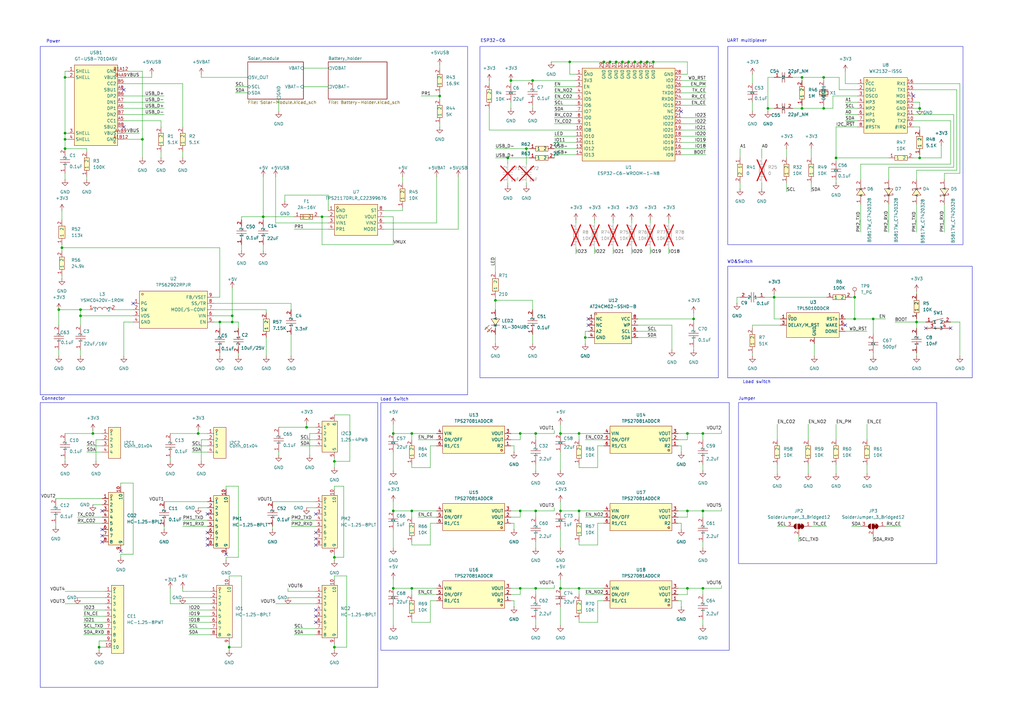
<source format=kicad_sch>
(kicad_sch (version 20250114) (generator "eeschema") (generator_version "9.0")
  (paper "A3")
  (title_block (title "Open Air Max") (date "2025-03-05") (rev "3.2") (company "Airgradient") (comment 1 "CC-BY-SA"))
  (rectangle (start 156.21 165.1) (end 299.085 266.7))
  (rectangle (start 196.85 19.05) (end 294.64 154.94))
  (rectangle (start 298.45 109.22) (end 398.78 154.94))
  (rectangle (start 16.51 165.1) (end 154.94 281.94))
  (rectangle (start 16.51 19.05) (end 191.77 161.925))
  (rectangle (start 298.45 19.05) (end 394.97 100.33))
  (rectangle (start 302.895 165.1) (end 384.175 231.14))
  (text "WD&Switch" (at 303.53 107.442 0) (effects (font (size 1.27 1.27))))
  (text "Load switch" (at 310.388 156.718 0) (effects (font (size 1.27 1.27))))
  (text "Load Switch" (at 161.798 163.83 0) (effects (font (size 1.27 1.27))))
  (text "Power\n" (at 21.844 17.018 0) (effects (font (size 1.27 1.27))))
  (text "UART multiplexer" (at 306.324 16.764 0) (effects (font (size 1.27 1.27))))
  (text "Connector" (at 21.844 163.576 0) (effects (font (size 1.27 1.27))))
  (text "Jumper" (at 306.324 163.576 0) (effects (font (size 1.27 1.27))))
  (text "ESP32-C6" (at 202.184 16.764 0) (effects (font (size 1.27 1.27))))
  (junction (at 233.68 25.4))
  (junction (at 350.52 130.81))
  (junction (at 281.94 241.3))
  (junction (at 255.27 25.4))
  (junction (at 328.93 31.75))
  (junction (at 229.87 209.55))
  (junction (at 125.73 175.26))
  (junction (at 219.71 177.8))
  (junction (at 288.29 241.3))
  (junction (at 38.1 177.8))
  (junction (at 33.02 129.54))
  (junction (at 81.28 177.8))
  (junction (at 281.94 209.55))
  (junction (at 240.03 138.43))
  (junction (at 26.67 60.96))
  (junction (at 328.93 44.45))
  (junction (at 237.49 177.8))
  (junction (at 137.16 265.43))
  (junction (at 262.89 25.4))
  (junction (at 168.91 209.55))
  (junction (at 281.94 177.8))
  (junction (at 257.81 25.4))
  (junction (at 337.82 31.75))
  (junction (at 180.34 39.37))
  (junction (at 161.29 209.55))
  (junction (at 161.29 241.3))
  (junction (at 350.52 121.92))
  (junction (at 24.13 127))
  (junction (at 252.73 25.4))
  (junction (at 288.29 209.55))
  (junction (at 93.98 265.43))
  (junction (at 26.67 54.61))
  (junction (at 213.36 177.8))
  (junction (at 25.4 101.6))
  (junction (at 219.71 209.55))
  (junction (at 337.82 44.45))
  (junction (at 375.92 132.08))
  (junction (at 168.91 177.8))
  (junction (at 168.91 241.3))
  (junction (at 314.96 44.45))
  (junction (at 237.49 209.55))
  (junction (at 260.35 25.4))
  (junction (at 213.36 241.3))
  (junction (at 26.67 31.75))
  (junction (at 317.5 121.92))
  (junction (at 33.02 127))
  (junction (at 247.65 25.4))
  (junction (at 107.95 88.9))
  (junction (at 229.87 241.3))
  (junction (at 40.64 265.43))
  (junction (at 95.25 129.54))
  (junction (at 137.16 189.23))
  (junction (at 267.97 25.4))
  (junction (at 215.9 60.96))
  (junction (at 219.71 241.3))
  (junction (at 95.25 132.08))
  (junction (at 208.28 64.77))
  (junction (at 132.08 88.9))
  (junction (at 58.42 57.15))
  (junction (at 209.55 33.02))
  (junction (at 90.17 132.08))
  (junction (at 137.16 228.6))
  (junction (at 342.9 64.77))
  (junction (at 213.36 209.55))
  (junction (at 284.48 130.81))
  (junction (at 26.67 57.15))
  (junction (at 377.19 44.45))
  (junction (at 161.29 177.8))
  (junction (at 358.14 130.81))
  (junction (at 377.19 64.77))
  (junction (at 237.49 241.3))
  (junction (at 229.87 177.8))
  (junction (at 203.2 123.19))
  (junction (at 250.19 25.4))
  (junction (at 265.43 25.4))
  (junction (at 288.29 177.8))
  (junction (at 218.44 33.02))
  (no_connect (at 54.61 124.46))
  (no_connect (at 41.91 209.55))
  (no_connect (at 241.3 133.35))
  (no_connect (at 50.8 52.07))
  (no_connect (at 41.91 217.17))
  (no_connect (at 85.09 210.82))
  (no_connect (at 389.89 134.62))
  (no_connect (at 41.91 222.25))
  (no_connect (at 279.4 45.72))
  (no_connect (at 85.09 218.44))
  (no_connect (at 129.54 250.19))
  (no_connect (at 85.09 220.98))
  (no_connect (at 129.54 255.27))
  (no_connect (at 41.91 219.71))
  (no_connect (at 129.54 218.44))
  (no_connect (at 49.53 226.06))
  (no_connect (at 374.65 39.37))
  (no_connect (at 379.73 134.62))
  (no_connect (at 346.71 133.35))
  (no_connect (at 241.3 130.81))
  (no_connect (at 129.54 210.82))
  (no_connect (at 129.54 252.73))
  (no_connect (at 129.54 220.98))
  (no_connect (at 85.09 223.52))
  (no_connect (at 92.71 227.33))
  (no_connect (at 129.54 223.52))
  (no_connect (at 50.8 36.83))
  (wire (pts (xy 26.67 57.15) (xy 27.94 57.15)))
  (wire (pts (xy 34.29 252.73) (xy 43.18 252.73)))
  (wire (pts (xy 259.08 90.17) (xy 259.08 91.44)))
  (wire (pts (xy 317.5 121.92) (xy 339.09 121.92)))
  (wire (pts (xy 203.2 60.96) (xy 215.9 60.96)))
  (wire (pts (xy 209.55 180.34) (xy 213.36 180.34)))
  (wire (pts (xy 279.4 40.64) (xy 289.56 40.64)))
  (wire (pts (xy 236.22 90.17) (xy 236.22 91.44)))
  (wire (pts (xy 92.71 228.6) (xy 92.71 229.87)))
  (wire (pts (xy 99.06 90.17) (xy 99.06 88.9)))
  (wire (pts (xy 25.4 101.6) (xy 90.17 101.6)))
  (wire (pts (xy 302.26 121.92) (xy 303.53 121.92)))
  (wire (pts (xy 393.7 132.08) (xy 393.7 146.05)))
  (wire (pts (xy 26.67 177.8) (xy 38.1 177.8)))
  (wire (pts (xy 245.11 223.52) (xy 237.49 223.52)))
  (wire (pts (xy 279.4 33.02) (xy 289.56 33.02)))
  (wire (pts (xy 161.29 88.9) (xy 161.29 100.33)))
  (wire (pts (xy 386.08 64.77) (xy 377.19 64.77)))
  (wire (pts (xy 180.34 38.1) (xy 180.34 39.37)))
  (wire (pts (xy 325.12 44.45) (xy 328.93 44.45)))
  (wire (pts (xy 279.4 48.26) (xy 289.56 48.26)))
  (wire (pts (xy 236.22 30.48) (xy 233.68 30.48)))
  (wire (pts (xy 229.87 185.42) (xy 229.87 193.04)))
  (wire (pts (xy 99.06 100.33) (xy 99.06 102.87)))
  (wire (pts (xy 107.95 72.39) (xy 107.95 88.9)))
  (wire (pts (xy 245.11 255.27) (xy 237.49 255.27)))
  (wire (pts (xy 50.8 57.15) (xy 58.42 57.15)))
  (wire (pts (xy 227.33 63.5) (xy 236.22 63.5)))
  (wire (pts (xy 66.04 52.07) (xy 66.04 49.53)))
  (wire (pts (xy 69.85 187.96) (xy 69.85 189.23)))
  (wire (pts (xy 165.1 72.39) (xy 165.1 74.93)))
  (wire (pts (xy 96.52 35.56) (xy 101.6 35.56)))
  (wire (pts (xy 203.2 105.41) (xy 203.2 111.76)))
  (wire (pts (xy 26.67 60.96) (xy 26.67 57.15)))
  (wire (pts (xy 168.91 241.3) (xy 179.07 241.3)))
  (wire (pts (xy 219.71 209.55) (xy 219.71 212.09)))
  (wire (pts (xy 313.69 121.92) (xy 317.5 121.92)))
  (wire (pts (xy 317.5 31.75) (xy 314.96 31.75)))
  (wire (pts (xy 364.49 68.58) (xy 391.16 68.58)))
  (wire (pts (xy 374.65 36.83) (xy 392.43 36.83)))
  (wire (pts (xy 40.64 262.89) (xy 43.18 262.89)))
  (wire (pts (xy 39.37 180.34) (xy 41.91 180.34)))
  (wire (pts (xy 137.16 170.18) (xy 143.51 170.18)))
  (wire (pts (xy 208.28 64.77) (xy 208.28 67.31)))
  (wire (pts (xy 240.03 212.09) (xy 247.65 212.09)))
  (wire (pts (xy 303.53 60.96) (xy 303.53 64.77)))
  (wire (pts (xy 281.94 30.48) (xy 281.94 25.4)))
  (wire (pts (xy 90.17 121.92) (xy 90.17 101.6)))
  (wire (pts (xy 219.71 209.55) (xy 227.33 209.55)))
  (wire (pts (xy 78.74 182.88) (xy 85.09 182.88)))
  (wire (pts (xy 176.53 246.38) (xy 176.53 255.27)))
  (wire (pts (xy 97.79 199.39) (xy 97.79 228.6)))
  (wire (pts (xy 26.67 31.75) (xy 27.94 31.75)))
  (wire (pts (xy 288.29 209.55) (xy 295.91 209.55)))
  (wire (pts (xy 161.29 185.42) (xy 161.29 193.04)))
  (wire (pts (xy 302.26 121.92) (xy 302.26 124.46)))
  (wire (pts (xy 237.49 222.25) (xy 237.49 223.52)))
  (wire (pts (xy 358.14 144.78) (xy 358.14 146.05)))
  (wire (pts (xy 74.93 52.07) (xy 74.93 34.29)))
  (wire (pts (xy 353.06 83.82) (xy 353.06 95.25)))
  (wire (pts (xy 237.49 190.5) (xy 237.49 191.77)))
  (wire (pts (xy 308.61 144.78) (xy 308.61 146.05)))
  (wire (pts (xy 209.55 177.8) (xy 213.36 177.8)))
  (wire (pts (xy 168.91 254) (xy 168.91 255.27)))
  (wire (pts (xy 213.36 180.34) (xy 213.36 177.8)))
  (wire (pts (xy 119.38 127) (xy 119.38 124.46)))
  (wire (pts (xy 229.87 173.99) (xy 229.87 177.8)))
  (wire (pts (xy 165.1 85.09) (xy 165.1 86.36)))
  (wire (pts (xy 337.82 31.75) (xy 344.17 31.75)))
  (wire (pts (xy 219.71 241.3) (xy 227.33 241.3)))
  (wire (pts (xy 87.63 129.54) (xy 95.25 129.54)))
  (wire (pts (xy 364.49 64.77) (xy 342.9 64.77)))
  (wire (pts (xy 203.2 123.19) (xy 218.44 123.19)))
  (wire (pts (xy 374.65 64.77) (xy 377.19 64.77)))
  (wire (pts (xy 74.93 62.23) (xy 74.93 64.77)))
  (wire (pts (xy 82.55 180.34) (xy 85.09 180.34)))
  (wire (pts (xy 34.29 250.19) (xy 43.18 250.19)))
  (wire (pts (xy 24.13 143.51) (xy 24.13 146.05)))
  (wire (pts (xy 332.74 60.96) (xy 332.74 64.77)))
  (wire (pts (xy 213.36 243.84) (xy 213.36 241.3)))
  (wire (pts (xy 227.33 176.53) (xy 227.33 177.8)))
  (wire (pts (xy 240.03 243.84) (xy 247.65 243.84)))
  (wire (pts (xy 334.01 140.97) (xy 334.01 146.05)))
  (wire (pts (xy 33.02 127) (xy 36.83 127)))
  (wire (pts (xy 274.32 90.17) (xy 274.32 91.44)))
  (wire (pts (xy 123.19 180.34) (xy 129.54 180.34)))
  (wire (pts (xy 179.07 214.63) (xy 176.53 214.63)))
  (wire (pts (xy 247.65 214.63) (xy 245.11 214.63)))
  (wire (pts (xy 97.79 132.08) (xy 95.25 132.08)))
  (wire (pts (xy 137.16 265.43) (xy 142.24 265.43)))
  (wire (pts (xy 69.85 241.3) (xy 69.85 247.65)))
  (wire (pts (xy 93.98 264.16) (xy 93.98 265.43)))
  (wire (pts (xy 137.16 200.66) (xy 137.16 199.39)))
  (wire (pts (xy 392.43 69.85) (xy 375.92 69.85)))
  (wire (pts (xy 281.94 212.09) (xy 281.94 209.55)))
  (wire (pts (xy 157.48 88.9) (xy 161.29 88.9)))
  (wire (pts (xy 26.67 247.65) (xy 43.18 247.65)))
  (wire (pts (xy 332.74 215.9) (xy 339.09 215.9)))
  (wire (pts (xy 137.16 236.22) (xy 142.24 236.22)))
  (wire (pts (xy 358.14 130.81) (xy 358.14 137.16)))
  (wire (pts (xy 288.29 190.5) (xy 288.29 193.04)))
  (wire (pts (xy 161.29 205.74) (xy 161.29 209.55)))
  (wire (pts (xy 200.66 34.29) (xy 200.66 33.02)))
  (wire (pts (xy 275.59 133.35) (xy 275.59 143.51)))
  (wire (pts (xy 81.28 208.28) (xy 85.09 208.28)))
  (wire (pts (xy 213.36 177.8) (xy 219.71 177.8)))
  (wire (pts (xy 391.16 46.99) (xy 391.16 68.58)))
  (wire (pts (xy 119.38 215.9) (xy 129.54 215.9)))
  (wire (pts (xy 97.79 144.78) (xy 97.79 146.05)))
  (wire (pts (xy 66.04 49.53) (xy 50.8 49.53)))
  (wire (pts (xy 245.11 182.88) (xy 245.11 191.77)))
  (wire (pts (xy 210.82 214.63) (xy 210.82 217.17)))
  (wire (pts (xy 74.93 215.9) (xy 85.09 215.9)))
  (wire (pts (xy 74.93 241.3) (xy 74.93 242.57)))
  (wire (pts (xy 281.94 241.3) (xy 288.29 241.3)))
  (wire (pts (xy 288.29 254) (xy 288.29 256.54)))
  (wire (pts (xy 81.28 177.8) (xy 81.28 176.53)))
  (wire (pts (xy 375.92 132.08) (xy 375.92 134.62)))
  (wire (pts (xy 49.53 199.39) (xy 49.53 198.12)))
  (wire (pts (xy 237.49 209.55) (xy 247.65 209.55)))
  (wire (pts (xy 240.03 135.89) (xy 240.03 138.43)))
  (wire (pts (xy 176.53 255.27) (xy 168.91 255.27)))
  (wire (pts (xy 87.63 127) (xy 109.22 127)))
  (wire (pts (xy 213.36 212.09) (xy 213.36 209.55)))
  (wire (pts (xy 27.94 29.21) (xy 26.67 29.21)))
  (wire (pts (xy 82.55 189.23) (xy 82.55 180.34)))
  (wire (pts (xy 137.16 228.6) (xy 137.16 229.87)))
  (wire (pts (xy 364.49 83.82) (xy 364.49 95.25)))
  (wire (pts (xy 281.94 177.8) (xy 288.29 177.8)))
  (wire (pts (xy 284.48 142.24) (xy 284.48 143.51)))
  (wire (pts (xy 284.48 130.81) (xy 284.48 132.08)))
  (wire (pts (xy 346.71 49.53) (xy 351.79 49.53)))
  (wire (pts (xy 107.95 88.9) (xy 107.95 90.17)))
  (wire (pts (xy 209.55 209.55) (xy 213.36 209.55)))
  (wire (pts (xy 389.89 132.08) (xy 393.7 132.08)))
  (wire (pts (xy 375.92 132.08) (xy 379.73 132.08)))
  (wire (pts (xy 26.67 71.12) (xy 26.67 73.66)))
  (wire (pts (xy 279.4 182.88) (xy 279.4 185.42)))
  (wire (pts (xy 250.19 25.4) (xy 252.73 25.4)))
  (wire (pts (xy 218.44 127) (xy 218.44 123.19)))
  (wire (pts (xy 308.61 30.48) (xy 308.61 34.29)))
  (wire (pts (xy 227.33 35.56) (xy 236.22 35.56)))
  (wire (pts (xy 123.19 182.88) (xy 129.54 182.88)))
  (wire (pts (xy 120.65 260.35) (xy 129.54 260.35)))
  (wire (pts (xy 176.53 214.63) (xy 176.53 223.52)))
  (wire (pts (xy 161.29 248.92) (xy 161.29 256.54)))
  (wire (pts (xy 389.89 67.31) (xy 389.89 49.53)))
  (wire (pts (xy 279.4 60.96) (xy 289.56 60.96)))
  (wire (pts (xy 288.29 241.3) (xy 288.29 243.84)))
  (wire (pts (xy 227.33 58.42) (xy 236.22 58.42)))
  (wire (pts (xy 247.65 182.88) (xy 245.11 182.88)))
  (wire (pts (xy 34.29 255.27) (xy 43.18 255.27)))
  (wire (pts (xy 157.48 91.44) (xy 179.07 91.44)))
  (wire (pts (xy 281.94 180.34) (xy 281.94 177.8)))
  (wire (pts (xy 109.22 146.05) (xy 109.22 138.43)))
  (wire (pts (xy 308.61 133.35) (xy 320.04 133.35)))
  (wire (pts (xy 219.71 190.5) (xy 219.71 193.04)))
  (wire (pts (xy 355.6 190.5) (xy 355.6 194.31)))
  (wire (pts (xy 279.4 214.63) (xy 278.13 214.63)))
  (wire (pts (xy 203.2 64.77) (xy 208.28 64.77)))
  (wire (pts (xy 50.8 29.21) (xy 58.42 29.21)))
  (wire (pts (xy 168.91 177.8) (xy 179.07 177.8)))
  (wire (pts (xy 318.77 215.9) (xy 322.58 215.9)))
  (wire (pts (xy 337.82 31.75) (xy 337.82 33.02)))
  (wire (pts (xy 50.8 39.37) (xy 67.31 39.37)))
  (wire (pts (xy 284.48 130.81) (xy 284.48 128.27)))
  (wire (pts (xy 129.54 247.65) (xy 113.03 247.65)))
  (wire (pts (xy 140.97 228.6) (xy 137.16 228.6)))
  (wire (pts (xy 375.92 144.78) (xy 375.92 146.05)))
  (wire (pts (xy 279.4 35.56) (xy 289.56 35.56)))
  (wire (pts (xy 77.47 255.27) (xy 86.36 255.27)))
  (wire (pts (xy 279.4 38.1) (xy 289.56 38.1)))
  (wire (pts (xy 210.82 214.63) (xy 209.55 214.63)))
  (wire (pts (xy 346.71 29.21) (xy 346.71 34.29)))
  (wire (pts (xy 342.9 52.07) (xy 342.9 64.77)))
  (wire (pts (xy 386.08 59.69) (xy 386.08 64.77)))
  (wire (pts (xy 245.11 246.38) (xy 245.11 255.27)))
  (wire (pts (xy 279.4 246.38) (xy 279.4 248.92)))
  (wire (pts (xy 95.25 118.11) (xy 95.25 129.54)))
  (wire (pts (xy 203.2 121.92) (xy 203.2 123.19)))
  (wire (pts (xy 278.13 212.09) (xy 281.94 212.09)))
  (wire (pts (xy 74.93 245.11) (xy 86.36 245.11)))
  (wire (pts (xy 137.16 264.16) (xy 137.16 265.43)))
  (wire (pts (xy 266.7 101.6) (xy 266.7 104.14)))
  (wire (pts (xy 236.22 33.02) (xy 218.44 33.02)))
  (wire (pts (xy 161.29 100.33) (xy 132.08 100.33)))
  (wire (pts (xy 279.4 43.18) (xy 289.56 43.18)))
  (wire (pts (xy 261.62 133.35) (xy 275.59 133.35)))
  (wire (pts (xy 50.8 41.91) (xy 67.31 41.91)))
  (wire (pts (xy 229.87 241.3) (xy 237.49 241.3)))
  (wire (pts (xy 236.22 53.34) (xy 200.66 53.34)))
  (wire (pts (xy 341.63 39.37) (xy 351.79 39.37)))
  (wire (pts (xy 332.74 74.93) (xy 332.74 78.74)))
  (wire (pts (xy 278.13 180.34) (xy 281.94 180.34)))
  (wire (pts (xy 279.4 30.48) (xy 281.94 30.48)))
  (wire (pts (xy 67.31 215.9) (xy 67.31 217.17)))
  (wire (pts (xy 67.31 205.74) (xy 85.09 205.74)))
  (wire (pts (xy 328.93 44.45) (xy 337.82 44.45)))
  (wire (pts (xy 127 177.8) (xy 129.54 177.8)))
  (wire (pts (xy 209.55 33.02) (xy 209.55 34.29)))
  (wire (pts (xy 25.4 100.33) (xy 25.4 101.6)))
  (wire (pts (xy 107.95 88.9) (xy 120.65 88.9)))
  (wire (pts (xy 237.49 209.55) (xy 237.49 212.09)))
  (wire (pts (xy 120.65 257.81) (xy 129.54 257.81)))
  (wire (pts (xy 322.58 74.93) (xy 322.58 78.74)))
  (wire (pts (xy 209.55 212.09) (xy 213.36 212.09)))
  (wire (pts (xy 213.36 209.55) (xy 219.71 209.55)))
  (wire (pts (xy 87.63 124.46) (xy 119.38 124.46)))
  (wire (pts (xy 363.22 215.9) (xy 369.57 215.9)))
  (wire (pts (xy 125.73 175.26) (xy 125.73 173.99)))
  (wire (pts (xy 85.09 177.8) (xy 81.28 177.8)))
  (wire (pts (xy 116.84 80.01) (xy 134.62 80.01)))
  (wire (pts (xy 278.13 209.55) (xy 281.94 209.55)))
  (wire (pts (xy 243.84 101.6) (xy 243.84 104.14)))
  (wire (pts (xy 215.9 60.96) (xy 217.17 60.96)))
  (wire (pts (xy 142.24 236.22) (xy 142.24 265.43)))
  (wire (pts (xy 78.74 185.42) (xy 85.09 185.42)))
  (wire (pts (xy 314.96 44.45) (xy 317.5 44.45)))
  (wire (pts (xy 233.68 30.48) (xy 233.68 25.4)))
  (wire (pts (xy 118.11 242.57) (xy 129.54 242.57)))
  (wire (pts (xy 237.49 177.8) (xy 247.65 177.8)))
  (wire (pts (xy 114.3 175.26) (xy 125.73 175.26)))
  (wire (pts (xy 377.19 41.91) (xy 377.19 44.45)))
  (wire (pts (xy 322.58 60.96) (xy 322.58 64.77)))
  (wire (pts (xy 377.19 52.07) (xy 377.19 53.34)))
  (wire (pts (xy 237.49 241.3) (xy 237.49 243.84)))
  (wire (pts (xy 168.91 209.55) (xy 179.07 209.55)))
  (wire (pts (xy 229.87 209.55) (xy 237.49 209.55)))
  (wire (pts (xy 227.33 38.1) (xy 236.22 38.1)))
  (wire (pts (xy 50.8 31.75) (xy 62.23 31.75)))
  (wire (pts (xy 35.56 185.42) (xy 41.91 185.42)))
  (wire (pts (xy 288.29 209.55) (xy 288.29 212.09)))
  (wire (pts (xy 241.3 135.89) (xy 240.03 135.89)))
  (wire (pts (xy 227.33 60.96) (xy 236.22 60.96)))
  (wire (pts (xy 130.81 88.9) (xy 132.08 88.9)))
  (wire (pts (xy 328.93 33.02) (xy 328.93 31.75)))
  (wire (pts (xy 35.56 62.23) (xy 35.56 60.96)))
  (wire (pts (xy 34.29 260.35) (xy 43.18 260.35)))
  (wire (pts (xy 209.55 241.3) (xy 213.36 241.3)))
  (wire (pts (xy 237.49 177.8) (xy 237.49 180.34)))
  (wire (pts (xy 219.71 254) (xy 219.71 256.54)))
  (wire (pts (xy 26.67 54.61) (xy 26.67 57.15)))
  (wire (pts (xy 33.02 133.35) (xy 33.02 129.54)))
  (wire (pts (xy 40.64 266.7) (xy 40.64 265.43)))
  (wire (pts (xy 38.1 177.8) (xy 38.1 176.53)))
  (wire (pts (xy 364.49 68.58) (xy 364.49 73.66)))
  (wire (pts (xy 187.96 93.98) (xy 157.48 93.98)))
  (wire (pts (xy 86.36 247.65) (xy 69.85 247.65)))
  (wire (pts (xy 374.65 49.53) (xy 389.89 49.53)))
  (wire (pts (xy 132.08 88.9) (xy 134.62 88.9)))
  (wire (pts (xy 350.52 130.81) (xy 358.14 130.81)))
  (wire (pts (xy 22.86 204.47) (xy 41.91 204.47)))
  (wire (pts (xy 137.16 227.33) (xy 137.16 228.6)))
  (wire (pts (xy 129.54 175.26) (xy 125.73 175.26)))
  (wire (pts (xy 219.71 222.25) (xy 219.71 224.79)))
  (wire (pts (xy 66.04 62.23) (xy 66.04 64.77)))
  (wire (pts (xy 227.33 40.64) (xy 236.22 40.64)))
  (wire (pts (xy 229.87 177.8) (xy 237.49 177.8)))
  (wire (pts (xy 111.76 215.9) (xy 111.76 217.17)))
  (wire (pts (xy 176.53 223.52) (xy 168.91 223.52)))
  (wire (pts (xy 279.4 214.63) (xy 279.4 217.17)))
  (wire (pts (xy 314.96 44.45) (xy 314.96 45.72)))
  (wire (pts (xy 218.44 33.02) (xy 209.55 33.02)))
  (wire (pts (xy 172.72 39.37) (xy 180.34 39.37)))
  (wire (pts (xy 120.65 93.98) (xy 134.62 93.98)))
  (wire (pts (xy 119.38 213.36) (xy 129.54 213.36)))
  (wire (pts (xy 93.98 236.22) (xy 99.06 236.22)))
  (wire (pts (xy 93.98 265.43) (xy 93.98 266.7)))
  (wire (pts (xy 367.03 132.08) (xy 375.92 132.08)))
  (wire (pts (xy 187.96 72.39) (xy 187.96 93.98)))
  (wire (pts (xy 318.77 190.5) (xy 318.77 194.31)))
  (wire (pts (xy 77.47 252.73) (xy 86.36 252.73)))
  (wire (pts (xy 41.91 177.8) (xy 38.1 177.8)))
  (wire (pts (xy 49.53 227.33) (xy 49.53 228.6)))
  (wire (pts (xy 114.3 185.42) (xy 114.3 186.69)))
  (wire (pts (xy 50.8 34.29) (xy 74.93 34.29)))
  (wire (pts (xy 161.29 209.55) (xy 168.91 209.55)))
  (wire (pts (xy 267.97 25.4) (xy 281.94 25.4)))
  (wire (pts (xy 179.07 182.88) (xy 176.53 182.88)))
  (wire (pts (xy 262.89 25.4) (xy 265.43 25.4)))
  (wire (pts (xy 353.06 67.31) (xy 353.06 73.66)))
  (wire (pts (xy 227.33 240.03) (xy 227.33 241.3)))
  (wire (pts (xy 127 186.69) (xy 127 177.8)))
  (wire (pts (xy 251.46 101.6) (xy 251.46 104.14)))
  (wire (pts (xy 342.9 173.99) (xy 342.9 180.34)))
  (wire (pts (xy 255.27 25.4) (xy 257.81 25.4)))
  (wire (pts (xy 353.06 67.31) (xy 389.89 67.31)))
  (wire (pts (xy 350.52 130.81) (xy 350.52 121.92)))
  (wire (pts (xy 95.25 129.54) (xy 95.25 132.08)))
  (wire (pts (xy 387.35 71.12) (xy 387.35 73.66)))
  (wire (pts (xy 24.13 127) (xy 33.02 127)))
  (wire (pts (xy 210.82 182.88) (xy 209.55 182.88)))
  (wire (pts (xy 50.8 54.61) (xy 57.15 54.61)))
  (wire (pts (xy 38.1 207.01) (xy 41.91 207.01)))
  (wire (pts (xy 208.28 74.93) (xy 208.28 76.2)))
  (wire (pts (xy 200.66 53.34) (xy 200.66 44.45)))
  (wire (pts (xy 387.35 83.82) (xy 387.35 95.25)))
  (wire (pts (xy 116.84 82.55) (xy 116.84 80.01)))
  (wire (pts (xy 227.33 55.88) (xy 236.22 55.88)))
  (wire (pts (xy 69.85 177.8) (xy 81.28 177.8)))
  (wire (pts (xy 374.65 44.45) (xy 377.19 44.45)))
  (wire (pts (xy 288.29 177.8) (xy 295.91 177.8)))
  (wire (pts (xy 87.63 132.08) (xy 90.17 132.08)))
  (wire (pts (xy 237.49 254) (xy 237.49 255.27)))
  (wire (pts (xy 140.97 199.39) (xy 140.97 228.6)))
  (wire (pts (xy 74.93 242.57) (xy 86.36 242.57)))
  (wire (pts (xy 209.55 243.84) (xy 213.36 243.84)))
  (wire (pts (xy 219.71 177.8) (xy 227.33 177.8)))
  (wire (pts (xy 180.34 50.8) (xy 180.34 52.07)))
  (wire (pts (xy 33.02 129.54) (xy 54.61 129.54)))
  (wire (pts (xy 31.75 214.63) (xy 41.91 214.63)))
  (wire (pts (xy 31.75 245.11) (xy 43.18 245.11)))
  (wire (pts (xy 168.91 222.25) (xy 168.91 223.52)))
  (wire (pts (xy 288.29 241.3) (xy 295.91 241.3)))
  (wire (pts (xy 346.71 34.29) (xy 351.79 34.29)))
  (wire (pts (xy 278.13 177.8) (xy 281.94 177.8)))
  (wire (pts (xy 279.4 246.38) (xy 278.13 246.38)))
  (wire (pts (xy 337.82 44.45) (xy 337.82 43.18)))
  (wire (pts (xy 358.14 219.71) (xy 358.14 222.25)))
  (wire (pts (xy 134.62 91.44) (xy 113.03 91.44)))
  (wire (pts (xy 233.68 25.4) (xy 247.65 25.4)))
  (wire (pts (xy 374.65 46.99) (xy 391.16 46.99)))
  (wire (pts (xy 265.43 25.4) (xy 267.97 25.4)))
  (wire (pts (xy 288.29 222.25) (xy 288.29 224.79)))
  (wire (pts (xy 31.75 212.09) (xy 41.91 212.09)))
  (wire (pts (xy 92.71 228.6) (xy 97.79 228.6)))
  (wire (pts (xy 137.16 189.23) (xy 137.16 191.77)))
  (wire (pts (xy 125.73 208.28) (xy 129.54 208.28)))
  (wire (pts (xy 161.29 237.49) (xy 161.29 241.3)))
  (wire (pts (xy 168.91 177.8) (xy 168.91 180.34)))
  (wire (pts (xy 240.03 180.34) (xy 247.65 180.34)))
  (wire (pts (xy 279.4 50.8) (xy 289.56 50.8)))
  (wire (pts (xy 25.4 86.36) (xy 25.4 90.17)))
  (wire (pts (xy 203.2 127) (xy 203.2 123.19)))
  (wire (pts (xy 260.35 25.4) (xy 262.89 25.4)))
  (wire (pts (xy 227.33 50.8) (xy 236.22 50.8)))
  (wire (pts (xy 226.06 25.4) (xy 233.68 25.4)))
  (wire (pts (xy 245.11 191.77) (xy 237.49 191.77)))
  (wire (pts (xy 229.87 237.49) (xy 229.87 241.3)))
  (wire (pts (xy 124.46 27.94) (xy 134.62 27.94)))
  (wire (pts (xy 33.02 129.54) (xy 33.02 127)))
  (wire (pts (xy 92.71 199.39) (xy 97.79 199.39)))
  (wire (pts (xy 171.45 243.84) (xy 179.07 243.84)))
  (wire (pts (xy 99.06 88.9) (xy 107.95 88.9)))
  (wire (pts (xy 74.93 213.36) (xy 85.09 213.36)))
  (wire (pts (xy 375.92 69.85) (xy 375.92 73.66)))
  (wire (pts (xy 99.06 236.22) (xy 99.06 265.43)))
  (wire (pts (xy 344.17 36.83) (xy 344.17 31.75)))
  (wire (pts (xy 279.4 182.88) (xy 278.13 182.88)))
  (wire (pts (xy 236.22 101.6) (xy 236.22 104.14)))
  (wire (pts (xy 210.82 182.88) (xy 210.82 185.42)))
  (wire (pts (xy 113.03 91.44) (xy 113.03 72.39)))
  (wire (pts (xy 240.03 138.43) (xy 240.03 140.97)))
  (wire (pts (xy 157.48 86.36) (xy 165.1 86.36)))
  (wire (pts (xy 328.93 31.75) (xy 337.82 31.75)))
  (wire (pts (xy 279.4 63.5) (xy 289.56 63.5)))
  (wire (pts (xy 215.9 60.96) (xy 215.9 67.31)))
  (wire (pts (xy 274.32 101.6) (xy 274.32 104.14)))
  (wire (pts (xy 337.82 44.45) (xy 341.63 44.45)))
  (wire (pts (xy 318.77 173.99) (xy 318.77 180.34)))
  (wire (pts (xy 25.4 101.6) (xy 25.4 102.87)))
  (wire (pts (xy 54.61 198.12) (xy 54.61 227.33)))
  (wire (pts (xy 50.8 46.99) (xy 67.31 46.99)))
  (wire (pts (xy 229.87 205.74) (xy 229.87 209.55)))
  (wire (pts (xy 90.17 134.62) (xy 90.17 132.08)))
  (wire (pts (xy 26.67 60.96) (xy 35.56 60.96)))
  (wire (pts (xy 377.19 63.5) (xy 377.19 64.77)))
  (wire (pts (xy 219.71 241.3) (xy 219.71 243.84)))
  (wire (pts (xy 374.65 52.07) (xy 377.19 52.07)))
  (wire (pts (xy 325.12 31.75) (xy 328.93 31.75)))
  (wire (pts (xy 346.71 135.89) (xy 355.6 135.89)))
  (wire (pts (xy 392.43 36.83) (xy 392.43 69.85)))
  (wire (pts (xy 161.29 173.99) (xy 161.29 177.8)))
  (wire (pts (xy 349.25 121.92) (xy 350.52 121.92)))
  (wire (pts (xy 278.13 243.84) (xy 281.94 243.84)))
  (wire (pts (xy 168.91 241.3) (xy 168.91 243.84)))
  (wire (pts (xy 346.71 41.91) (xy 351.79 41.91)))
  (wire (pts (xy 227.33 64.77) (xy 227.33 63.5)))
  (wire (pts (xy 82.55 31.75) (xy 101.6 31.75)))
  (wire (pts (xy 342.9 64.77) (xy 342.9 66.04)))
  (wire (pts (xy 303.53 74.93) (xy 303.53 77.47)))
  (wire (pts (xy 295.91 176.53) (xy 295.91 177.8)))
  (wire (pts (xy 40.64 265.43) (xy 40.64 262.89)))
  (wire (pts (xy 342.9 190.5) (xy 342.9 194.31)))
  (wire (pts (xy 506.73 177.8) (xy 506.73 179.07)))
  (wire (pts (xy 180.34 26.67) (xy 180.34 27.94)))
  (wire (pts (xy 168.91 209.55) (xy 168.91 212.09)))
  (wire (pts (xy 227.33 48.26) (xy 236.22 48.26)))
  (wire (pts (xy 312.42 60.96) (xy 312.42 64.77)))
  (wire (pts (xy 87.63 121.92) (xy 90.17 121.92)))
  (wire (pts (xy 351.79 36.83) (xy 344.17 36.83)))
  (wire (pts (xy 374.65 41.91) (xy 377.19 41.91)))
  (wire (pts (xy 33.02 143.51) (xy 33.02 146.05)))
  (wire (pts (xy 25.4 113.03) (xy 25.4 114.3)))
  (wire (pts (xy 375.92 83.82) (xy 375.92 95.25)))
  (wire (pts (xy 331.47 173.99) (xy 331.47 180.34)))
  (wire (pts (xy 355.6 173.99) (xy 355.6 180.34)))
  (wire (pts (xy 237.49 241.3) (xy 247.65 241.3)))
  (wire (pts (xy 346.71 44.45) (xy 351.79 44.45)))
  (wire (pts (xy 137.16 237.49) (xy 137.16 236.22)))
  (wire (pts (xy 227.33 45.72) (xy 236.22 45.72)))
  (wire (pts (xy 317.5 130.81) (xy 320.04 130.81)))
  (wire (pts (xy 229.87 248.92) (xy 229.87 256.54)))
  (wire (pts (xy 161.29 217.17) (xy 161.29 224.79)))
  (wire (pts (xy 26.67 29.21) (xy 26.67 31.75)))
  (wire (pts (xy 124.46 35.56) (xy 134.62 35.56)))
  (wire (pts (xy 387.35 71.12) (xy 393.7 71.12)))
  (wire (pts (xy 26.67 54.61) (xy 27.94 54.61)))
  (wire (pts (xy 58.42 57.15) (xy 58.42 64.77)))
  (wire (pts (xy 107.95 100.33) (xy 107.95 102.87)))
  (wire (pts (xy 240.03 138.43) (xy 241.3 138.43)))
  (wire (pts (xy 229.87 217.17) (xy 229.87 224.79)))
  (wire (pts (xy 168.91 190.5) (xy 168.91 191.77)))
  (wire (pts (xy 90.17 132.08) (xy 95.25 132.08)))
  (wire (pts (xy 93.98 265.43) (xy 99.06 265.43)))
  (wire (pts (xy 77.47 250.19) (xy 86.36 250.19)))
  (wire (pts (xy 35.56 72.39) (xy 35.56 73.66)))
  (wire (pts (xy 114.3 40.64) (xy 114.3 45.72)))
  (wire (pts (xy 227.33 208.28) (xy 227.33 209.55)))
  (wire (pts (xy 22.86 214.63) (xy 22.86 215.9)))
  (wire (pts (xy 358.14 130.81) (xy 363.22 130.81)))
  (wire (pts (xy 295.91 240.03) (xy 295.91 241.3)))
  (wire (pts (xy 245.11 214.63) (xy 245.11 223.52)))
  (wire (pts (xy 279.4 53.34) (xy 289.56 53.34)))
  (wire (pts (xy 134.62 80.01) (xy 134.62 86.36)))
  (wire (pts (xy 143.51 170.18) (xy 143.51 189.23)))
  (wire (pts (xy 132.08 88.9) (xy 132.08 100.33)))
  (wire (pts (xy 137.16 265.43) (xy 137.16 266.7)))
  (wire (pts (xy 393.7 34.29) (xy 374.65 34.29)))
  (wire (pts (xy 26.67 31.75) (xy 26.67 54.61)))
  (wire (pts (xy 118.11 241.3) (xy 118.11 242.57)))
  (wire (pts (xy 40.64 265.43) (xy 43.18 265.43)))
  (wire (pts (xy 219.71 177.8) (xy 219.71 180.34)))
  (wire (pts (xy 295.91 208.28) (xy 295.91 209.55)))
  (wire (pts (xy 171.45 212.09) (xy 179.07 212.09)))
  (wire (pts (xy 308.61 41.91) (xy 308.61 45.72)))
  (wire (pts (xy 96.52 38.1) (xy 101.6 38.1)))
  (wire (pts (xy 109.22 128.27) (xy 109.22 127)))
  (wire (pts (xy 77.47 260.35) (xy 86.36 260.35)))
  (wire (pts (xy 349.25 215.9) (xy 353.06 215.9)))
  (wire (pts (xy 26.67 242.57) (xy 43.18 242.57)))
  (wire (pts (xy 328.93 43.18) (xy 328.93 44.45)))
  (wire (pts (xy 331.47 190.5) (xy 331.47 194.31)))
  (wire (pts (xy 314.96 31.75) (xy 314.96 44.45)))
  (wire (pts (xy 279.4 58.42) (xy 289.56 58.42)))
  (wire (pts (xy 312.42 74.93) (xy 312.42 77.47)))
  (wire (pts (xy 215.9 74.93) (xy 215.9 76.2)))
  (wire (pts (xy 261.62 130.81) (xy 284.48 130.81)))
  (wire (pts (xy 111.76 205.74) (xy 129.54 205.74)))
  (wire (pts (xy 342.9 73.66) (xy 342.9 74.93)))
  (wire (pts (xy 50.8 132.08) (xy 54.61 132.08)))
  (wire (pts (xy 208.28 64.77) (xy 217.17 64.77)))
  (wire (pts (xy 49.53 227.33) (xy 54.61 227.33)))
  (wire (pts (xy 375.92 130.81) (xy 375.92 132.08)))
  (wire (pts (xy 92.71 200.66) (xy 92.71 199.39)))
  (wire (pts (xy 243.84 90.17) (xy 243.84 91.44)))
  (wire (pts (xy 317.5 121.92) (xy 317.5 130.81)))
  (wire (pts (xy 35.56 182.88) (xy 41.91 182.88)))
  (wire (pts (xy 58.42 29.21) (xy 58.42 57.15)))
  (wire (pts (xy 77.47 257.81) (xy 86.36 257.81)))
  (wire (pts (xy 261.62 135.89) (xy 269.24 135.89)))
  (wire (pts (xy 257.81 25.4) (xy 260.35 25.4)))
  (wire (pts (xy 119.38 146.05) (xy 119.38 137.16)))
  (wire (pts (xy 137.16 189.23) (xy 143.51 189.23)))
  (wire (pts (xy 39.37 189.23) (xy 39.37 180.34)))
  (wire (pts (xy 281.94 243.84) (xy 281.94 241.3)))
  (wire (pts (xy 327.66 219.71) (xy 327.66 222.25)))
  (wire (pts (xy 161.29 177.8) (xy 168.91 177.8)))
  (wire (pts (xy 218.44 140.97) (xy 218.44 137.16)))
  (wire (pts (xy 118.11 245.11) (xy 129.54 245.11)))
  (wire (pts (xy 247.65 25.4) (xy 250.19 25.4)))
  (wire (pts (xy 281.94 209.55) (xy 288.29 209.55)))
  (wire (pts (xy 288.29 177.8) (xy 288.29 180.34)))
  (wire (pts (xy 26.67 187.96) (xy 26.67 189.23)))
  (wire (pts (xy 266.7 90.17) (xy 266.7 91.44)))
  (wire (pts (xy 49.53 198.12) (xy 54.61 198.12)))
  (wire (pts (xy 46.99 127) (xy 54.61 127)))
  (wire (pts (xy 176.53 191.77) (xy 168.91 191.77)))
  (wire (pts (xy 342.9 52.07) (xy 351.79 52.07)))
  (wire (pts (xy 171.45 180.34) (xy 179.07 180.34)))
  (wire (pts (xy 203.2 137.16) (xy 203.2 140.97)))
  (wire (pts (xy 161.29 241.3) (xy 168.91 241.3)))
  (wire (pts (xy 50.8 146.05) (xy 50.8 132.08)))
  (wire (pts (xy 210.82 246.38) (xy 209.55 246.38)))
  (wire (pts (xy 179.07 91.44) (xy 179.07 72.39)))
  (wire (pts (xy 393.7 71.12) (xy 393.7 34.29)))
  (wire (pts (xy 176.53 182.88) (xy 176.53 191.77)))
  (wire (pts (xy 24.13 127) (xy 24.13 133.35)))
  (wire (pts (xy 308.61 134.62) (xy 308.61 133.35)))
  (wire (pts (xy 213.36 241.3) (xy 219.71 241.3)))
  (wire (pts (xy 90.17 146.05) (xy 90.17 144.78)))
  (wire (pts (xy 210.82 246.38) (xy 210.82 248.92)))
  (wire (pts (xy 209.55 41.91) (xy 209.55 44.45)))
  (wire (pts (xy 317.5 120.65) (xy 317.5 121.92)))
  (wire (pts (xy 346.71 46.99) (xy 351.79 46.99)))
  (wire (pts (xy 259.08 101.6) (xy 259.08 104.14)))
  (wire (pts (xy 278.13 241.3) (xy 281.94 241.3)))
  (wire (pts (xy 346.71 130.81) (xy 350.52 130.81)))
  (wire (pts (xy 34.29 257.81) (xy 43.18 257.81)))
  (wire (pts (xy 218.44 43.18) (xy 218.44 44.45)))
  (wire (pts (xy 137.16 187.96) (xy 137.16 189.23)))
  (wire (pts (xy 341.63 44.45) (xy 341.63 39.37)))
  (wire (pts (xy 180.34 39.37) (xy 180.34 40.64)))
  (wire (pts (xy 179.07 246.38) (xy 176.53 246.38)))
  (wire (pts (xy 137.16 199.39) (xy 140.97 199.39)))
  (wire (pts (xy 279.4 55.88) (xy 289.56 55.88)))
  (wire (pts (xy 50.8 44.45) (xy 67.31 44.45)))
  (wire (pts (xy 261.62 138.43) (xy 269.24 138.43)))
  (wire (pts (xy 375.92 119.38) (xy 375.92 120.65)))
  (wire (pts (xy 252.73 25.4) (xy 255.27 25.4)))
  (wire (pts (xy 227.33 43.18) (xy 236.22 43.18)))
  (wire (pts (xy 97.79 132.08) (xy 97.79 134.62)))
  (wire (pts (xy 62.23 30.48) (xy 62.23 31.75)))
  (wire (pts (xy 251.46 90.17) (xy 251.46 91.44)))
  (wire (pts (xy 93.98 237.49) (xy 93.98 236.22)))
  (wire (pts (xy 247.65 246.38) (xy 245.11 246.38)))
  (wire (pts (xy 82.55 31.75) (xy 82.55 30.48)))
  (label "A0" (at 312.42 60.96 0))
  (label "SDA" (at 77.47 260.35 0))
  (label "SCL" (at 318.77 215.9 0))
  (label "EN_NO2" (at 331.47 173.99 0))
  (label "VOUT3" (at 26.67 247.65 180))
  (label "A0" (at 346.71 46.99 0))
  (label "BOOT" (at 367.03 132.08 0))
  (label "SCL_TXD" (at 327.66 222.25 0))
  (label "LED" (at 203.2 105.41 270))
  (label "VOUT5" (at 295.91 208.28 180))
  (label "IO20" (at 77.47 250.19 0))
  (label "PM1_RXD" (at 387.35 95.25 90))
  (label "SDA" (at 269.24 138.43 180))
  (label "SCL" (at 322.58 78.74 0))
  (label "SCL" (at 78.74 182.88 0))
  (label "USB_D-" (at 67.31 41.91 180))
  (label "IO18" (at 77.47 255.27 0))
  (label "TX_CE" (at 289.56 38.1 180))
  (label "IO20" (at 259.08 104.14 0))
  (label "PM2_TXD" (at 119.38 213.36 0))
  (label "SCL" (at 96.52 35.56 0))
  (label "EN_NO2" (at 240.03 243.84 0))
  (label "EN_CE" (at 171.45 212.09 0))
  (label "VOUT2" (at 22.86 204.47 180))
  (label "USB-" (at 227.33 60.96 0))
  (label "VOUT5" (at 113.03 247.65 180))
  (label "EN_PM" (at 289.56 35.56 180))
  (label "LED" (at 227.33 55.88 0))
  (label "EN_CO2" (at 240.03 180.34 0))
  (label "SDA_RXD" (at 34.29 260.35 0))
  (label "VOUT4" (at 26.67 242.57 180))
  (label "USB+" (at 227.33 63.5 0))
  (label "VOUT1" (at 111.76 205.74 180))
  (label "IO18" (at 289.56 60.96 180))
  (label "SCL" (at 77.47 257.81 0))
  (label "PR1" (at 172.72 39.37 0))
  (label "IO23" (at 236.22 104.14 0))
  (label "EN_NO2" (at 240.03 212.09 0))
  (label "EN_CE" (at 34.29 252.73 0))
  (label "PM1_RXD" (at 74.93 215.9 0))
  (label "VBUS" (at 57.15 31.75 180))
  (label "EN_CE" (at 355.6 173.99 0))
  (label "SCL" (at 227.33 43.18 0))
  (label "IO22" (at 243.84 104.14 0))
  (label "RX_CO2" (at 227.33 48.26 0))
  (label "VOUT1" (at 227.33 176.53 180))
  (label "VBUS" (at 57.15 54.61 180))
  (label "SDA" (at 346.71 49.53 0))
  (label "SCL" (at 123.19 180.34 0))
  (label "PM1_TXD" (at 375.92 95.25 90))
  (label "IO19" (at 77.47 252.73 0))
  (label "IO23" (at 34.29 250.19 0))
  (label "IO21" (at 289.56 53.34 180))
  (label "USB_D+" (at 203.2 64.77 0))
  (label "EN_CE" (at 171.45 243.84 0))
  (label "IO22" (at 289.56 50.8 180))
  (label "EN" (at 227.33 35.56 0))
  (label "USB_D-" (at 67.31 46.99 180))
  (label "IO21" (at 34.29 255.27 0))
  (label "PM1_TXD" (at 74.93 213.36 0))
  (label "USB_D-" (at 203.2 60.96 0))
  (label "PM2_RXD" (at 364.49 95.25 90))
  (label "USB_D+" (at 67.31 39.37 180))
  (label "EN" (at 363.22 130.81 180))
  (label "RX_CO2" (at 31.75 214.63 0))
  (label "IO18" (at 274.32 104.14 0))
  (label "SDA" (at 332.74 78.74 0))
  (label "VOUT6" (at 118.11 241.3 0))
  (label "BOOT" (at 289.56 63.5 180))
  (label "TX_CO2" (at 227.33 50.8 0))
  (label "SCL" (at 346.71 44.45 0))
  (label "EN_NO2" (at 227.33 38.1 0))
  (label "IO23" (at 289.56 48.26 180))
  (label "EN_CO2" (at 227.33 40.64 0))
  (label "VOUT6" (at 295.91 240.03 180))
  (label "A1" (at 346.71 41.91 0))
  (label "IO19" (at 266.7 104.14 0))
  (label "IO19" (at 289.56 58.42 180))
  (label "SDA" (at 35.56 185.42 0))
  (label "IO20" (at 289.56 55.88 180))
  (label "VMUX" (at 161.29 100.33 0))
  (label "SCL" (at 120.65 257.81 0))
  (label "SDA" (at 349.25 215.9 0))
  (label "SDA_RXD" (at 358.14 222.25 0))
  (label "TX_CO2" (at 31.75 212.09 0))
  (label "A1" (at 303.53 60.96 0))
  (label "USB_D+" (at 67.31 44.45 180))
  (label "SDA" (at 227.33 45.72 0))
  (label "VOUT1" (at 67.31 205.74 180))
  (label "IO11" (at 227.33 58.42 0))
  (label "EN_CE" (at 289.56 43.18 180))
  (label "RX_CE" (at 289.56 40.64 180))
  (label "EN_CO2" (at 318.77 173.99 0))
  (label "SDA" (at 96.52 38.1 0))
  (label "VOUT2" (at 295.91 176.53 180))
  (label "SDA" (at 120.65 260.35 0))
  (label "SCL" (at 269.24 135.89 180))
  (label "WD_RST" (at 355.6 135.89 180))
  (label "SCL_TXD" (at 34.29 257.81 0))
  (label "I2C_~{RST}" (at 342.9 52.07 0))
  (label "VOUT3" (at 227.33 208.28 180))
  (label "SDA" (at 78.74 185.42 0))
  (label "IO21" (at 251.46 104.14 0))
  (label "SCL" (at 35.56 182.88 0))
  (label "PR1" (at 120.65 93.98 0))
  (label "TX_CE" (at 339.09 215.9 180))
  (label "VOUT4" (at 227.33 240.03 180))
  (label "SDA" (at 123.19 182.88 0))
  (label "EN_PM" (at 171.45 180.34 0))
  (label "PM2_TXD" (at 353.06 95.25 90))
  (label "RX_CE" (at 369.57 215.9 180))
  (label "PM2_RXD" (at 119.38 215.9 0))
  (label "WD_RST" (at 289.56 33.02 180))
  (label "EN_PM" (at 342.9 173.99 0))
  (symbol (lib_id "power:GND") (at 38.1 207.01 0) (unit 1)
    (property "Reference" "#PWR037" (effects (hide yes)))
    (property "Value" "GND" (at 34.798 207.01 0))
    (property "Description" "Power symbol creates a global label with name \"GND\" , ground" (effects (hide yes)))
  )
  (symbol (lib_id "easyeda2kicad:HC-1.25-8PLT") (at 90.17 251.46 0) (unit 1)
    (property "Reference" "IO1" (at 96.52 249.5549 0) (effects (justify left)))
    (property "Value" "HC-1.25-8PLT" (at 96.52 252.0949 0) (effects (justify left)))
    (property "Footprint" "easyeda2kicad:CONN-SMD_8P-P1.25_HC-1.25-8PLT" (effects (hide yes)))
    (property "LCSC Part" "C2845394" (effects (hide yes)))
  )
  (symbol (lib_id "power:+5V") (at 74.93 241.3 0) (unit 1)
    (property "Reference" "#PWR0147" (effects (hide yes)))
    (property "Value" "+5V" (at 74.93 236.22 0))
    (property "Description" "Power symbol creates a global label with name \"+5V\"" (effects (hide yes)))
  )
  (symbol (lib_id "easyeda2kicad:B5817W_C7420328") (at 364.49 78.74 270) (unit 1)
    (property "Reference" "D7" (at 367.03 77.4699 90) (effects (justify left)))
    (property "Value" "B5817W_C7420328" (at 367.538 81.026 0) (effects (justify left)))
    (property "Footprint" "easyeda2kicad:SOD-123_L2.7-W1.6-LS3.7-FD" (effects (hide yes)))
    (property "LCSC Part" "C7420328" (effects (hide yes)))
  )
  (symbol (lib_id "easyeda2kicad:CL05A105KP5NNNC") (at 161.29 245.11 90) (unit 1)
    (property "Reference" "C68" (at 162.56 243.332 90) (effects (justify right)))
    (property "Value" "22uF" (at 162.56 246.888 90) (effects (justify right)))
    (property "Footprint" "easyeda2kicad:C0402" (effects (hide yes)))
    (property "Datasheet" "https://lcsc.com/product-detail/Multilayer-Ceramic-Capacitors-MLCC-SMD-SMT_SAMSUNG_CL05A105KP5NNNC_1uF-105-10-10V_C14445.html" (effects (hide yes)))
    (property "LCSC Part" "C6119813" (effects (hide yes)))
  )
  (symbol (lib_id "easyeda2kicad:CC0402KRX7R6BB104") (at 26.67 182.88 0) (unit 1)
    (property "Reference" "C10" (at 28.448 180.594 0) (effects (justify left)))
    (property "Value" "0.1uF" (at 28.448 185.166 0) (effects (justify left)))
    (property "Footprint" "easyeda2kicad:C0402" (effects (hide yes)))
    (property "Datasheet" "https://lcsc.com/product-detail/Others_YAGEO-CC0402KRX7R6BB104_C309458.html" (effects (hide yes)))
    (property "LCSC Part" "C309458" (effects (hide yes)))
  )
  (symbol (lib_id "easyeda2kicad:GT-USB-7010ASV") (at 38.1 41.91 180) (unit 1)
    (property "Reference" "USB1" (at 39.37 21.59 0))
    (property "Value" "GT-USB-7010ASV" (at 39.37 24.13 0))
    (property "Footprint" "easyeda2kicad:USB-C-SMD_G-SWITCH_GT-USB-7010ASV" (effects (hide yes)))
    (property "LCSC Part" "C2988369" (effects (hide yes)))
  )
  (symbol (lib_id "power:+5V") (at 62.23 30.48 0) (unit 1)
    (property "Reference" "#PWR06" (effects (hide yes)))
    (property "Value" "+5VUSB" (at 62.23 25.4 0))
    (property "Description" "Power symbol creates a global label with name \"+5V\"" (effects (hide yes)))
  )
  (symbol (lib_id "power:GND") (at 161.29 256.54 0) (unit 1)
    (property "Reference" "#PWR0163" (effects (hide yes)))
    (property "Value" "GND" (at 161.29 261.62 0))
    (property "Description" "Power symbol creates a global label with name \"GND\" , ground" (effects (hide yes)))
  )
  (symbol (lib_id "power:+5V") (at 179.07 72.39 0) (unit 1)
    (property "Reference" "#PWR0109" (effects (hide yes)))
    (property "Value" "+5VBAT" (at 179.07 68.834 0))
    (property "Description" "Power symbol creates a global label with name \"+5V\"" (effects (hide yes)))
  )
  (symbol (lib_id "power:GND") (at 203.2 140.97 0) (unit 1)
    (property "Reference" "#PWR027" (effects (hide yes)))
    (property "Value" "GND" (at 203.2 146.05 0))
    (property "Description" "Power symbol creates a global label with name \"GND\" , ground" (effects (hide yes)))
  )
  (symbol (lib_id "easyeda2kicad:GRM155R61E225KE11D") (at 288.29 248.92 0) (unit 1)
    (property "Reference" "C64" (at 289.56 246.38 0) (effects (justify left)))
    (property "Value" "2.2uF" (at 289.56 251.714 0) (effects (justify left)))
    (property "Footprint" "easyeda2kicad:C0402" (effects (hide yes)))
    (property "Datasheet" "https://lcsc.com/product-detail/Multilayer-Ceramic-Capacitors-MLCC-SMD-SMT_Murata-Electronics-GRM155R61E225KE11D_C385032.html" (effects (hide yes)))
    (property "LCSC Part" "C385032" (effects (hide yes)))
  )
  (symbol (lib_id "easyeda2kicad:RC0402FR-075K1L") (at 66.04 57.15 90) (unit 1)
    (property "Reference" "R1" (at 68.58 55.8799 90) (effects (justify right)))
    (property "Value" "5.1K" (at 68.58 58.4199 90) (effects (justify right)))
    (property "Footprint" "easyeda2kicad:R0402" (effects (hide yes)))
    (property "Datasheet" "https://lcsc.com/product-detail/Chip-Resistor-Surface-Mount_5-1KR-5101-1_C105872.html" (effects (hide yes)))
    (property "LCSC Part" "C105872" (effects (hide yes)))
  )
  (symbol (lib_id "Jumper:SolderJumper_3_Bridged12") (at 327.66 215.9 0) (mirror y) (unit 1) (exclude_from_sim yes) (in_bom no)
    (property "Reference" "JP2" (at 327.66 209.55 0))
    (property "Value" "SolderJumper_3_Bridged12" (at 327.66 212.09 0))
    (property "Footprint" "Jumper:SolderJumper-3_P1.3mm_Bridged12_RoundedPad1.0x1.5mm" (effects (hide yes)))
    (property "Description" "3-pole Solder Jumper, pins 1+2 closed/bridged" (effects (hide yes)))
  )
  (symbol (lib_id "power:GND") (at 118.11 245.11 0) (mirror y) (unit 1)
    (property "Reference" "#PWR055" (effects (hide yes)))
    (property "Value" "GND" (at 115.824 245.11 0))
    (property "Description" "Power symbol creates a global label with name \"GND\" , ground" (effects (hide yes)))
  )
  (symbol (lib_id "power:GND") (at 119.38 146.05 0) (unit 1)
    (property "Reference" "#PWR014" (effects (hide yes)))
    (property "Value" "GND" (at 119.38 151.13 0))
    (property "Description" "Power symbol creates a global label with name \"GND\" , ground" (effects (hide yes)))
  )
  (symbol (lib_id "power:+3.3V") (at 229.87 237.49 0) (mirror y) (unit 1)
    (property "Reference" "#PWR0168" (effects (hide yes)))
    (property "Value" "+5V" (at 229.87 232.41 0))
    (property "Description" "Power symbol creates a global label with name \"+3.3V\"" (effects (hide yes)))
  )
  (symbol (lib_id "easyeda2kicad:CL05B104KO5NNNC") (at 24.13 138.43 90) (unit 1)
    (property "Reference" "C63" (at 24.638 136.398 90) (effects (justify right)))
    (property "Value" "0.1uF" (at 24.892 140.462 90) (effects (justify right)))
    (property "Footprint" "easyeda2kicad:C0402" (effects (hide yes)))
    (property "Datasheet" "https://lcsc.com/product-detail/Multilayer-Ceramic-Capacitors-MLCC-SMD-SMT_SAMSUNG_CL05B104KO5NNNC_100nF-104-10-16V_C1525.html" (effects (hide yes)))
    (property "LCSC Part" "C1525" (effects (hide yes)))
  )
  (symbol (lib_id "power:GND") (at 229.87 193.04 0) (unit 1)
    (property "Reference" "#PWR0125" (effects (hide yes)))
    (property "Value" "GND" (at 229.87 198.12 0))
    (property "Description" "Power symbol creates a global label with name \"GND\" , ground" (effects (hide yes)))
  )
  (symbol (lib_id "power:GND") (at 93.98 266.7 0) (unit 1)
    (property "Reference" "#PWR035" (effects (hide yes)))
    (property "Value" "GND" (at 93.98 271.78 0))
    (property "Description" "Power symbol creates a global label with name \"GND\" , ground" (effects (hide yes)))
  )
  (symbol (lib_id "easyeda2kicad:CC0402JRNPO9BN101") (at 308.61 38.1 90) (unit 1)
    (property "Reference" "C53" (at 309.372 36.068 90) (effects (justify right)))
    (property "Value" "0.1uF" (at 309.372 40.386 90) (effects (justify right)))
    (property "Footprint" "easyeda2kicad:C0402" (effects (hide yes)))
    (property "Datasheet" "https://lcsc.com/product-detail/Multilayer-Ceramic-Capacitors-MLCC-SMD-SMT_100pF-101-5-50V_C106200.html" (effects (hide yes)))
    (property "LCSC Part" "C106200" (effects (hide yes)))
  )
  (symbol (lib_id "power:GND") (at 111.76 217.17 0) (unit 1)
    (property "Reference" "#PWR0113" (effects (hide yes)))
    (property "Value" "GND" (at 111.76 222.25 0))
    (property "Description" "Power symbol creates a global label with name \"GND\" , ground" (effects (hide yes)))
  )
  (symbol (lib_id "power:GND") (at 24.13 146.05 0) (unit 1)
    (property "Reference" "#PWR0130" (effects (hide yes)))
    (property "Value" "GND" (at 24.13 151.13 0))
    (property "Description" "Power symbol creates a global label with name \"GND\" , ground" (effects (hide yes)))
  )
  (symbol (lib_id "power:GND") (at 90.17 146.05 0) (unit 1)
    (property "Reference" "#PWR0131" (effects (hide yes)))
    (property "Value" "GND" (at 90.17 151.13 0))
    (property "Description" "Power symbol creates a global label with name \"GND\" , ground" (effects (hide yes)))
  )
  (symbol (lib_id "easyeda2kicad:RC0402FR-07113KL") (at 25.4 95.25 90) (unit 1)
    (property "Reference" "R52" (at 29.21 93.9799 90) (effects (justify right)))
    (property "Value" "113k" (at 29.21 96.5199 90) (effects (justify right)))
    (property "Footprint" "easyeda2kicad:R0402" (effects (hide yes)))
    (property "Datasheet" "https://lcsc.com/product-detail/Chip-Resistor-Surface-Mount_YAGEO-RC0402FR-07113KL_C273332.html" (effects (hide yes)))
    (property "LCSC Part" "C273332" (effects (hide yes)))
  )
  (symbol (lib_id "power:GND") (at 161.29 193.04 0) (unit 1)
    (property "Reference" "#PWR0123" (effects (hide yes)))
    (property "Value" "GND" (at 161.29 198.12 0))
    (property "Description" "Power symbol creates a global label with name \"GND\" , ground" (effects (hide yes)))
  )
  (symbol (lib_id "easyeda2kicad:RC0402FR-0722RL") (at 222.25 60.96 0) (unit 1)
    (property "Reference" "R62" (at 215.646 59.182 0))
    (property "Value" "22" (at 228.092 59.182 0))
    (property "Footprint" "easyeda2kicad:R0402" (effects (hide yes)))
    (property "Datasheet" "https://lcsc.com/product-detail/Chip-Resistor-Surface-Mount_22R-22R0-1_C114765.html" (effects (hide yes)))
    (property "LCSC Part" "C114765" (effects (hide yes)))
  )
  (symbol (lib_id "power:GND") (at 284.48 143.51 0) (unit 1)
    (property "Reference" "#PWR0151" (effects (hide yes)))
    (property "Value" "GND" (at 284.48 148.59 0))
    (property "Description" "Power symbol creates a global label with name \"GND\" , ground" (effects (hide yes)))
  )
  (symbol (lib_id "power:GND") (at 31.75 245.11 0) (mirror y) (unit 1)
    (property "Reference" "#PWR041" (effects (hide yes)))
    (property "Value" "GND" (at 29.464 245.11 0))
    (property "Description" "Power symbol creates a global label with name \"GND\" , ground" (effects (hide yes)))
  )
  (symbol (lib_id "power:GND") (at 275.59 143.51 0) (unit 1)
    (property "Reference" "#PWR0152" (effects (hide yes)))
    (property "Value" "GND" (at 275.59 148.59 0))
    (property "Description" "Power symbol creates a global label with name \"GND\" , ground" (effects (hide yes)))
  )
  (symbol (lib_id "power:GND") (at 318.77 194.31 0) (unit 1)
    (property "Reference" "#PWR0153" (effects (hide yes)))
    (property "Value" "GND" (at 318.77 199.39 0))
    (property "Description" "Power symbol creates a global label with name \"GND\" , ground" (effects (hide yes)))
  )
  (symbol (lib_id "easyeda2kicad:CC0402KRX7R6BB104") (at 111.76 210.82 0) (unit 1)
    (property "Reference" "C52" (at 113.538 208.534 0) (effects (justify left)))
    (property "Value" "0.1uF" (at 113.538 213.106 0) (effects (justify left)))
    (property "Footprint" "easyeda2kicad:C0402" (effects (hide yes)))
    (property "Datasheet" "https://lcsc.com/product-detail/Others_YAGEO-CC0402KRX7R6BB104_C309458.html" (effects (hide yes)))
    (property "LCSC Part" "C309458" (effects (hide yes)))
  )
  (symbol (lib_id "easyeda2kicad:MR04X1002FTL") (at 168.91 217.17 90) (unit 1)
    (property "Reference" "R66" (at 171.45 215.8999 90) (effects (justify right)))
    (property "Value" "10K" (at 171.45 218.4399 90) (effects (justify right)))
    (property "Footprint" "easyeda2kicad:R0402" (effects (hide yes)))
    (property "Datasheet" "https://lcsc.com/product-detail/Others_Huaxin-S-T-MR04X1002FTL_C327797.html" (effects (hide yes)))
    (property "LCSC Part" "C327797" (effects (hide yes)))
  )
  (symbol (lib_id "power:+3V3") (at 243.84 90.17 0) (unit 1)
    (property "Reference" "#PWR053" (effects (hide yes)))
    (property "Value" "+3V3" (at 243.84 85.09 0))
    (property "Description" "Power symbol creates a global label with name \"+3V3\"" (effects (hide yes)))
  )
  (symbol (lib_id "power:GND") (at 219.71 256.54 0) (unit 1)
    (property "Reference" "#PWR0165" (effects (hide yes)))
    (property "Value" "GND" (at 219.71 261.62 0))
    (property "Description" "Power symbol creates a global label with name \"GND\" , ground" (effects (hide yes)))
  )
  (symbol (lib_id "power:GND") (at 210.82 185.42 0) (unit 1)
    (property "Reference" "#PWR0127" (effects (hide yes)))
    (property "Value" "GND" (at 210.82 190.5 0))
    (property "Description" "Power symbol creates a global label with name \"GND\" , ground" (effects (hide yes)))
  )
  (symbol (lib_id "power:GND") (at 92.71 229.87 0) (unit 1)
    (property "Reference" "#PWR034" (effects (hide yes)))
    (property "Value" "GND" (at 92.71 234.95 0))
    (property "Description" "Power symbol creates a global label with name \"GND\" , ground" (effects (hide yes)))
  )
  (symbol (lib_id "power:GND") (at 40.64 266.7 0) (unit 1)
    (property "Reference" "#PWR042" (effects (hide yes)))
    (property "Value" "GND" (at 40.64 271.78 0))
    (property "Description" "Power symbol creates a global label with name \"GND\" , ground" (effects (hide yes)))
  )
  (symbol (lib_id "easyeda2kicad:CC0402KRX7R7BB332") (at 119.38 132.08 90) (unit 1)
    (property "Reference" "C4" (at 121.158 129.54 90) (effects (justify right)))
    (property "Value" "3.3nF" (at 120.904 134.874 90) (effects (justify right)))
    (property "Footprint" "easyeda2kicad:C0402" (effects (hide yes)))
    (property "Datasheet" "https://lcsc.com/product-detail/presales_YAGEO-CC0402KRX7R7BB332_C541378.html" (effects (hide yes)))
    (property "LCSC Part" "C541378" (effects (hide yes)))
  )
  (symbol (lib_id "power:GND") (at 66.04 64.77 0) (unit 1)
    (property "Reference" "#PWR02" (effects (hide yes)))
    (property "Value" "GND" (at 66.04 69.85 0))
    (property "Description" "Power symbol creates a global label with name \"GND\" , ground" (effects (hide yes)))
  )
  (symbol (lib_id "easyeda2kicad:CL05A105KP5NNNC") (at 161.29 213.36 90) (unit 1)
    (property "Reference" "C66" (at 162.56 211.582 90) (effects (justify right)))
    (property "Value" "1uF" (at 162.56 215.138 90) (effects (justify right)))
    (property "Footprint" "easyeda2kicad:C0402" (effects (hide yes)))
    (property "Datasheet" "https://lcsc.com/product-detail/Multilayer-Ceramic-Capacitors-MLCC-SMD-SMT_SAMSUNG_CL05A105KP5NNNC_1uF-105-10-10V_C14445.html" (effects (hide yes)))
    (property "LCSC Part" "C14445" (effects (hide yes)))
  )
  (symbol (lib_id "easyeda2kicad:CC0402KRX7R6BB103") (at 375.92 139.7 90) (unit 1)
    (property "Reference" "C8" (at 379.73 138.4299 90) (effects (justify right)))
    (property "Value" "10nF" (at 379.73 140.9699 90) (effects (justify right)))
    (property "Footprint" "easyeda2kicad:C0402" (effects (hide yes)))
    (property "Datasheet" "https://lcsc.com/product-detail/presales_YAGEO-CC0402KRX7R6BB103_C541371.html" (effects (hide yes)))
    (property "LCSC Part" "C541371" (effects (hide yes)))
  )
  (symbol (lib_id "power:+5V") (at 113.03 72.39 0) (unit 1)
    (property "Reference" "#PWR0108" (effects (hide yes)))
    (property "Value" "+5VUSB" (at 114.808 68.834 0))
    (property "Description" "Power symbol creates a global label with name \"+5V\"" (effects (hide yes)))
  )
  (symbol (lib_id "easyeda2kicad:GRM155R61E225KE11D") (at 288.29 217.17 0) (unit 1)
    (property "Reference" "C61" (at 289.56 214.63 0) (effects (justify left)))
    (property "Value" "2.2uF" (at 289.56 219.964 0) (effects (justify left)))
    (property "Footprint" "easyeda2kicad:C0402" (effects (hide yes)))
    (property "Datasheet" "https://lcsc.com/product-detail/Multilayer-Ceramic-Capacitors-MLCC-SMD-SMT_Murata-Electronics-GRM155R61E225KE11D_C385032.html" (effects (hide yes)))
    (property "LCSC Part" "C385032" (effects (hide yes)))
  )
  (symbol (lib_id "easyeda2kicad:RC0603FR-070RL") (at 303.53 69.85 270) (unit 1)
    (property "Reference" "R41" (at 306.07 68.5799 90) (effects (justify left)))
    (property "Value" "0" (at 306.07 71.1199 90) (effects (justify left)))
    (property "Footprint" "easyeda2kicad:R0603" (effects (hide yes)))
    (property "Datasheet" "https://lcsc.com/product-detail/Chip-Resistor-Surface-Mount_0R-0R-1_C100044.html" (effects (hide yes)))
    (property "LCSC Part" "C100044" (effects (hide yes)))
  )
  (symbol (lib_id "easyeda2kicad:RC0402FR-0710KL") (at 259.08 96.52 90) (unit 1) (dnp yes)
    (property "Reference" "R76" (at 261.62 95.2499 90) (effects (justify right)))
    (property "Value" "10K" (at 261.62 97.7899 90) (effects (justify right)))
    (property "Footprint" "easyeda2kicad:R0402" (effects (hide yes)))
    (property "Datasheet" "https://lcsc.com/product-detail/Chip-Resistor-Surface-Mount_10KR-1002-1_C60490.html" (effects (hide yes)))
    (property "LCSC Part" "C60490" (effects (hide yes)))
  )
  (symbol (lib_id "power:GND") (at 308.61 146.05 0) (unit 1)
    (property "Reference" "#PWR025" (effects (hide yes)))
    (property "Value" "GND" (at 308.61 151.13 0))
    (property "Description" "Power symbol creates a global label with name \"GND\" , ground" (effects (hide yes)))
  )
  (symbol (lib_id "easyeda2kicad:RC0402FR-0716K9L") (at 180.34 33.02 90) (unit 1)
    (property "Reference" "R43" (at 182.88 31.7499 90) (effects (justify right)))
    (property "Value" "16.9K" (at 182.88 34.2899 90) (effects (justify right)))
    (property "Footprint" "easyeda2kicad:R0402" (effects (hide yes)))
    (property "Datasheet" "https://lcsc.com/product-detail/Chip-Resistor-Surface-Mount_RC0402FR-0716K9L_C163488.html" (effects (hide yes)))
    (property "LCSC Part" "C163488" (effects (hide yes)))
  )
  (symbol (lib_id "easyeda2kicad-old:HC-1.25-8PWT") (at 48.26 254 0) (unit 1)
    (property "Reference" "CE1" (at 52.07 252.7299 0) (effects (justify left)))
    (property "Value" "HC-1.25-8PWT" (at 52.07 255.2699 0) (effects (justify left)))
    (property "Footprint" "easyeda2kicad:CONN-SMD_HC-1.25-8PWT" (effects (hide yes)))
    (property "LCSC Part" "C2845385" (effects (hide yes)))
  )
  (symbol (lib_id "power:GND") (at 279.4 185.42 0) (unit 1)
    (property "Reference" "#PWR0136" (effects (hide yes)))
    (property "Value" "GND" (at 279.4 190.5 0))
    (property "Description" "Power symbol creates a global label with name \"GND\" , ground" (effects (hide yes)))
  )
  (symbol (lib_id "power:GND") (at 81.28 208.28 0) (unit 1)
    (property "Reference" "#PWR033" (effects (hide yes)))
    (property "Value" "GND" (at 77.978 208.28 0))
    (property "Description" "Power symbol creates a global label with name \"GND\" , ground" (effects (hide yes)))
  )
  (symbol (lib_id "easyeda2kicad:CL05A105KP5NNNC") (at 229.87 213.36 90) (unit 1)
    (property "Reference" "C73" (at 231.14 211.582 90) (effects (justify right)))
    (property "Value" "1uF" (at 231.14 215.138 90) (effects (justify right)))
    (property "Footprint" "easyeda2kicad:C0402" (effects (hide yes)))
    (property "Datasheet" "https://lcsc.com/product-detail/Multilayer-Ceramic-Capacitors-MLCC-SMD-SMT_SAMSUNG_CL05A105KP5NNNC_1uF-105-10-10V_C14445.html" (effects (hide yes)))
    (property "LCSC Part" "C14445" (effects (hide yes)))
  )
  (symbol (lib_id "easyeda2kicad:RC0402FR-07100KL") (at 35.56 67.31 90) (unit 1)
    (property "Reference" "R3" (at 38.1 66.0399 90) (effects (justify right)))
    (property "Value" "100K" (at 38.1 68.5799 90) (effects (justify right)))
    (property "Footprint" "easyeda2kicad:R0402" (effects (hide yes)))
    (property "Datasheet" "https://lcsc.com/product-detail/Chip-Resistor-Surface-Mount_100KR-1003-1_C60491.html" (effects (hide yes)))
    (property "LCSC Part" "C60491" (effects (hide yes)))
  )
  (symbol (lib_id "easyeda2kicad:CC0402KRX7R6BB104") (at 218.44 38.1 0) (unit 1)
    (property "Reference" "C7" (at 220.218 35.814 0) (effects (justify left)))
    (property "Value" "0.1uF" (at 220.218 40.386 0) (effects (justify left)))
    (property "Footprint" "easyeda2kicad:C0402" (effects (hide yes)))
    (property "Datasheet" "https://lcsc.com/product-detail/Others_YAGEO-CC0402KRX7R6BB104_C309458.html" (effects (hide yes)))
    (property "LCSC Part" "C309458" (effects (hide yes)))
  )
  (symbol (lib_id "easyeda2kicad:BSMD1206-200-16V") (at 125.73 88.9 0) (unit 1)
    (property "Reference" "F1" (at 125.73 82.55 0))
    (property "Value" "2A-16V" (at 125.73 85.09 0))
    (property "Footprint" "easyeda2kicad:F1206" (effects (hide yes)))
    (property "LCSC Part" "C2685749" (effects (hide yes)))
  )
  (symbol (lib_id "power:GND") (at 218.44 140.97 0) (unit 1)
    (property "Reference" "#PWR048" (effects (hide yes)))
    (property "Value" "GND" (at 218.44 146.05 0))
    (property "Description" "Power symbol creates a global label with name \"GND\" , ground" (effects (hide yes)))
  )
  (symbol (lib_id "easyeda2kicad:CC0402KRX7R6BB104") (at 26.67 66.04 0) (unit 1)
    (property "Reference" "C1" (at 28.448 63.754 0) (effects (justify left)))
    (property "Value" "0.1uF" (at 28.448 68.326 0) (effects (justify left)))
    (property "Footprint" "easyeda2kicad:C0402" (effects (hide yes)))
    (property "Datasheet" "https://lcsc.com/product-detail/Others_YAGEO-CC0402KRX7R6BB104_C309458.html" (effects (hide yes)))
    (property "LCSC Part" "C309458" (effects (hide yes)))
  )
  (symbol (lib_id "power:GND") (at 127 186.69 0) (unit 1)
    (property "Reference" "#PWR0139" (effects (hide yes)))
    (property "Value" "GND" (at 127 191.77 0))
    (property "Description" "Power symbol creates a global label with name \"GND\" , ground" (effects (hide yes)))
  )
  (symbol (lib_id "power:+3V3") (at 69.85 241.3 0) (unit 1)
    (property "Reference" "#PWR0146" (effects (hide yes)))
    (property "Value" "+3V3" (at 69.85 237.744 0))
    (property "Description" "Power symbol creates a global label with name \"+3V3\"" (effects (hide yes)))
  )
  (symbol (lib_id "easyeda2kicad:CC0402KRX7R6BB104") (at 308.61 121.92 90) (unit 1)
    (property "Reference" "C9" (at 306.578 124.206 90) (effects (justify left)))
    (property "Value" "0.1uF" (at 315.722 124.46 90) (effects (justify left)))
    (property "Footprint" "easyeda2kicad:C0402" (effects (hide yes)))
    (property "Datasheet" "https://lcsc.com/product-detail/Others_YAGEO-CC0402KRX7R6BB104_C309458.html" (effects (hide yes)))
    (property "LCSC Part" "C309458" (effects (hide yes)))
  )
  (symbol (lib_id "power:GND") (at 210.82 217.17 0) (unit 1)
    (property "Reference" "#PWR0155" (effects (hide yes)))
    (property "Value" "GND" (at 210.82 222.25 0))
    (property "Description" "Power symbol creates a global label with name \"GND\" , ground" (effects (hide yes)))
  )
  (symbol (lib_id "easyeda2kicad:XL-304UBC") (at 203.2 132.08 90) (unit 1)
    (property "Reference" "LED2" (at 205.74 131.5699 90) (effects (justify right)))
    (property "Value" "XL-304UBC" (at 205.74 134.1099 90) (effects (justify right)))
    (property "Footprint" "easyeda2kicad:LED-TH_BD3.8-P2.54-FD_BLUE" (effects (hide yes)))
    (property "LCSC Part" "C2895465" (effects (hide yes)))
  )
  (symbol (lib_id "power:GND") (at 279.4 248.92 0) (unit 1)
    (property "Reference" "#PWR0171" (effects (hide yes)))
    (property "Value" "GND" (at 279.4 254 0))
    (property "Description" "Power symbol creates a global label with name \"GND\" , ground" (effects (hide yes)))
  )
  (symbol (lib_id "power:GND") (at 58.42 64.77 0) (unit 1)
    (property "Reference" "#PWR05" (effects (hide yes)))
    (property "Value" "GND" (at 58.42 69.85 0))
    (property "Description" "Power symbol creates a global label with name \"GND\" , ground" (effects (hide yes)))
  )
  (symbol (lib_id "power:+3V3") (at 38.1 176.53 0) (unit 1)
    (property "Reference" "#PWR028" (effects (hide yes)))
    (property "Value" "+3V3" (at 38.1 171.45 0))
    (property "Description" "Power symbol creates a global label with name \"+3V3\"" (effects (hide yes)))
  )
  (symbol (lib_id "power:GND") (at 114.3 45.72 0) (unit 1)
    (property "Reference" "#PWR0102" (effects (hide yes)))
    (property "Value" "GND" (at 114.3 50.8 0))
    (property "Description" "Power symbol creates a global label with name \"GND\" , ground" (effects (hide yes)))
  )
  (symbol (lib_id "power:GND") (at 50.8 146.05 0) (unit 1)
    (property "Reference" "#PWR010" (effects (hide yes)))
    (property "Value" "GND" (at 50.8 151.13 0))
    (property "Description" "Power symbol creates a global label with name \"GND\" , ground" (effects (hide yes)))
  )
  (symbol (lib_id "power:GND") (at 288.29 224.79 0) (unit 1)
    (property "Reference" "#PWR0172" (effects (hide yes)))
    (property "Value" "GND" (at 288.29 229.87 0))
    (property "Description" "Power symbol creates a global label with name \"GND\" , ground" (effects (hide yes)))
  )
  (symbol (lib_id "easyeda2kicad:0402CG220J500NT") (at 321.31 31.75 0) (unit 1)
    (property "Reference" "C54" (at 315.722 29.21 0) (effects (justify left)))
    (property "Value" "22pF_NM" (at 323.088 29.21 0) (effects (justify left)))
    (property "Footprint" "easyeda2kicad:C0402" (effects (hide yes)))
    (property "Datasheet" "https://lcsc.com/product-detail/Multilayer-Ceramic-Capacitors-MLCC-SMD-SMT_22pF-220-5-50V_C1555.html" (effects (hide yes)))
    (property "LCSC Part" "C1555" (effects (hide yes)))
  )
  (symbol (lib_id "power:+3V3") (at 125.73 173.99 0) (unit 1)
    (property "Reference" "#PWR0138" (effects (hide yes)))
    (property "Value" "+3V3" (at 125.73 168.91 0))
    (property "Description" "Power symbol creates a global label with name \"+3V3\"" (effects (hide yes)))
  )
  (symbol (lib_id "power:GND") (at 219.71 193.04 0) (unit 1)
    (property "Reference" "#PWR0128" (effects (hide yes)))
    (property "Value" "GND" (at 219.71 198.12 0))
    (property "Description" "Power symbol creates a global label with name \"GND\" , ground" (effects (hide yes)))
  )
  (symbol (lib_id "easyeda2kicad:ESP32-C6-WROOM-1-N8") (at 257.81 45.72 0) (unit 1)
    (property "Reference" "U1" (at 257.81 68.58 0))
    (property "Value" "ESP32-C6-WROOM-1-N8" (at 257.81 71.12 0))
    (property "Footprint" "easyeda2kicad:WIRELM-SMD_ESP32-C6-WROOM-1" (effects (hide yes)))
    (property "LCSC Part" "C5366877" (effects (hide yes)))
  )
  (symbol (lib_id "easyeda2kicad:TPS27081ADDCR") (at 194.31 212.09 180) (unit 1)
    (property "Reference" "U15" (at 194.31 201.93 0))
    (property "Value" "TPS27081ADDCR" (at 194.31 204.47 0))
    (property "Footprint" "easyeda2kicad:SOT-23-6_L2.9-W1.6-P0.95-LS2.8-BR" (effects (hide yes)))
    (property "Datasheet" "https://lcsc.com/product-detail/PMIC-Power-Distribution-Switches_TI_TPS27081ADDCR_TPS27081ADDCR_C128404.html" (effects (hide yes)))
    (property "LCSC Part" "C128404" (effects (hide yes)))
  )
  (symbol (lib_id "power:+3.3V") (at 386.08 59.69 0) (unit 1)
    (property "Reference" "#PWR0122" (effects (hide yes)))
    (property "Value" "+3V3" (at 386.08 54.61 0))
    (property "Description" "Power symbol creates a global label with name \"+3.3V\"" (effects (hide yes)))
  )
  (symbol (lib_id "power:+3V3") (at 25.4 86.36 0) (unit 1)
    (property "Reference" "#PWR0135" (effects (hide yes)))
    (property "Value" "+3V3" (at 25.4 81.28 0))
    (property "Description" "Power symbol creates a global label with name \"+3V3\"" (effects (hide yes)))
  )
  (symbol (lib_id "power:GND") (at 74.93 64.77 0) (unit 1)
    (property "Reference" "#PWR01" (effects (hide yes)))
    (property "Value" "GND" (at 74.93 69.85 0))
    (property "Description" "Power symbol creates a global label with name \"GND\" , ground" (effects (hide yes)))
  )
  (symbol (lib_id "easyeda2kicad:AC0402FR-0724K9L") (at 25.4 107.95 90) (unit 1)
    (property "Reference" "R56" (at 29.21 106.6799 90) (effects (justify right)))
    (property "Value" "24.9k" (at 29.21 109.2199 90) (effects (justify right)))
    (property "Footprint" "easyeda2kicad:R0402" (effects (hide yes)))
    (property "Datasheet" "https://lcsc.com/product-detail/Others_YAGEO-AC0402FR-0724K9L_C226371.html" (effects (hide yes)))
    (property "LCSC Part" "C226371" (effects (hide yes)))
  )
  (symbol (lib_id "easyeda2kicad:2.54-1*4P母") (at 46.99 181.61 0) (unit 1)
    (property "Reference" "I2C1" (at 50.8 181.6099 0) (effects (justify left)))
    (property "Value" "Conn_01x04" (at 50.8 182.8799 0) (effects (justify left)))
    (property "Footprint" "easyeda2kicad:HDR-TH_4P-P2.54-V-F" (effects (hide yes)))
    (property "LCSC Part" "C2718488" (effects (hide yes)))
  )
  (symbol (lib_id "easyeda2kicad:B5817W_C7420328") (at 353.06 78.74 90) (unit 1)
    (property "Reference" "D6" (at 355.6 77.4699 90) (effects (justify right)))
    (property "Value" "B5817W_C7420328" (at 356.616 81.026 0) (effects (justify right)))
    (property "Footprint" "easyeda2kicad:SOD-123_L2.7-W1.6-LS3.7-FD" (effects (hide yes)))
    (property "LCSC Part" "C7420328" (effects (hide yes)))
  )
  (symbol (lib_id "power:+3V3") (at 308.61 30.48 0) (unit 1)
    (property "Reference" "#PWR0132" (effects (hide yes)))
    (property "Value" "+3V3" (at 308.61 25.4 0))
    (property "Description" "Power symbol creates a global label with name \"+3V3\"" (effects (hide yes)))
  )
  (symbol (lib_id "power:+3V3") (at 375.92 119.38 0) (unit 1)
    (property "Reference" "#PWR019" (effects (hide yes)))
    (property "Value" "+3V3" (at 375.92 114.3 0))
    (property "Description" "Power symbol creates a global label with name \"+3V3\"" (effects (hide yes)))
  )
  (symbol (lib_id "easyeda2kicad:RC0402FR-0710KL") (at 274.32 96.52 90) (unit 1) (dnp yes)
    (property "Reference" "R78" (at 276.86 95.2499 90) (effects (justify right)))
    (property "Value" "10K" (at 276.86 97.7899 90) (effects (justify right)))
    (property "Footprint" "easyeda2kicad:R0402" (effects (hide yes)))
    (property "Datasheet" "https://lcsc.com/product-detail/Chip-Resistor-Surface-Mount_10KR-1002-1_C60490.html" (effects (hide yes)))
    (property "LCSC Part" "C60490" (effects (hide yes)))
  )
  (symbol (lib_id "easyeda2kicad:MR04X1002FTL") (at 355.6 185.42 90) (unit 1)
    (property "Reference" "R61" (at 358.14 184.1499 90) (effects (justify right)))
    (property "Value" "10K" (at 358.14 186.6899 90) (effects (justify right)))
    (property "Footprint" "easyeda2kicad:R0402" (effects (hide yes)))
    (property "Datasheet" "https://lcsc.com/product-detail/Others_Huaxin-S-T-MR04X1002FTL_C327797.html" (effects (hide yes)))
    (property "LCSC Part" "C327797" (effects (hide yes)))
  )
  (symbol (lib_id "power:+3V3") (at 81.28 176.53 0) (unit 1)
    (property "Reference" "#PWR044" (effects (hide yes)))
    (property "Value" "+3V3" (at 81.28 171.45 0))
    (property "Description" "Power symbol creates a global label with name \"+3V3\"" (effects (hide yes)))
  )
  (symbol (lib_id "easyeda2kicad:GRM155R61E225KE11D") (at 219.71 185.42 0) (unit 1)
    (property "Reference" "C32" (at 220.98 182.88 0) (effects (justify left)))
    (property "Value" "2.2uF" (at 220.98 188.214 0) (effects (justify left)))
    (property "Footprint" "easyeda2kicad:C0402" (effects (hide yes)))
    (property "Datasheet" "https://lcsc.com/product-detail/Multilayer-Ceramic-Capacitors-MLCC-SMD-SMT_Murata-Electronics-GRM155R61E225KE11D_C385032.html" (effects (hide yes)))
    (property "LCSC Part" "C385032" (effects (hide yes)))
  )
  (symbol (lib_id "power:+3V3") (at 346.71 29.21 0) (unit 1)
    (property "Reference" "#PWR0133" (effects (hide yes)))
    (property "Value" "+3V3" (at 346.71 24.13 0))
    (property "Description" "Power symbol creates a global label with name \"+3V3\"" (effects (hide yes)))
  )
  (symbol (lib_id "power:GND") (at 209.55 44.45 0) (unit 1)
    (property "Reference" "#PWR011" (effects (hide yes)))
    (property "Value" "GND" (at 209.55 49.53 0))
    (property "Description" "Power symbol creates a global label with name \"GND\" , ground" (effects (hide yes)))
  )
  (symbol (lib_id "power:GND") (at 279.4 217.17 0) (unit 1)
    (property "Reference" "#PWR0170" (effects (hide yes)))
    (property "Value" "GND" (at 279.4 222.25 0))
    (property "Description" "Power symbol creates a global label with name \"GND\" , ground" (effects (hide yes)))
  )
  (symbol (lib_id "easyeda2kicad:TPL5010DDCR") (at 337.82 133.35 0) (unit 1)
    (property "Reference" "U3" (at 333.502 123.952 0))
    (property "Value" "TPL5010DDCR" (at 333.502 126.492 0))
    (property "Footprint" "easyeda2kicad:SOT-23-6_L2.9-W1.6-P0.95-LS2.8-BR" (effects (hide yes)))
    (property "Datasheet" "https://lcsc.com/product-detail/Timer_Texas-Instruments-Texas-Instruments-TPL5010DDCR_C473912.html" (effects (hide yes)))
    (property "LCSC Part" "C473912" (effects (hide yes)))
  )
  (symbol (lib_id "easyeda2kicad:TPS62902RPJR") (at 71.12 127 0) (unit 1)
    (property "Reference" "U2" (at 71.12 114.3 0))
    (property "Value" "TPS62902RPJR" (at 71.12 116.84 0))
    (property "Footprint" "easyeda2kicad:VQFN-HR-9_L2.0-W1.5-P0.50-TL" (effects (hide yes)))
    (property "LCSC Part" "C2870154" (effects (hide yes)))
  )
  (symbol (lib_id "power:GND") (at 74.93 245.11 0) (mirror y) (unit 1)
    (property "Reference" "#PWR0148" (effects (hide yes)))
    (property "Value" "GND" (at 72.644 245.11 0))
    (property "Description" "Power symbol creates a global label with name \"GND\" , ground" (effects (hide yes)))
  )
  (symbol (lib_id "power:GND") (at 288.29 256.54 0) (unit 1)
    (property "Reference" "#PWR0173" (effects (hide yes)))
    (property "Value" "GND" (at 288.29 261.62 0))
    (property "Description" "Power symbol creates a global label with name \"GND\" , ground" (effects (hide yes)))
  )
  (symbol (lib_id "power:GND") (at 26.67 73.66 0) (unit 1)
    (property "Reference" "#PWR04" (effects (hide yes)))
    (property "Value" "GND" (at 26.67 78.74 0))
    (property "Description" "Power symbol creates a global label with name \"GND\" , ground" (effects (hide yes)))
  )
  (symbol (lib_id "easyeda2kicad:RT0603BRE075KL") (at 180.34 45.72 90) (unit 1)
    (property "Reference" "R44" (at 182.88 44.4499 90) (effects (justify right)))
    (property "Value" "5K" (at 182.88 46.9899 90) (effects (justify right)))
    (property "Footprint" "easyeda2kicad:R0603" (effects (hide yes)))
    (property "LCSC Part" "C862232" (effects (hide yes)))
  )
  (symbol (lib_id "power:GND") (at 334.01 146.05 0) (unit 1)
    (property "Reference" "#PWR022" (effects (hide yes)))
    (property "Value" "GND" (at 334.01 151.13 0))
    (property "Description" "Power symbol creates a global label with name \"GND\" , ground" (effects (hide yes)))
  )
  (symbol (lib_id "power:+5V") (at 165.1 72.39 0) (unit 1)
    (property "Reference" "#PWR0111" (effects (hide yes)))
    (property "Value" "+5V" (at 165.1 68.8142 0))
    (property "Description" "Power symbol creates a global label with name \"+5V\"" (effects (hide yes)))
  )
  (symbol (lib_id "easyeda2kicad:TPS27081ADDCR") (at 194.31 180.34 180) (unit 1)
    (property "Reference" "U13" (at 194.31 170.18 0))
    (property "Value" "TPS27081ADDCR" (at 194.31 172.72 0))
    (property "Footprint" "easyeda2kicad:SOT-23-6_L2.9-W1.6-P0.95-LS2.8-BR" (effects (hide yes)))
    (property "Datasheet" "https://lcsc.com/product-detail/PMIC-Power-Distribution-Switches_TI_TPS27081ADDCR_TPS27081ADDCR_C128404.html" (effects (hide yes)))
    (property "LCSC Part" "C128404" (effects (hide yes)))
  )
  (symbol (lib_id "easyeda2kicad:B5817W_C7420328") (at 375.92 78.74 90) (unit 1)
    (property "Reference" "D4" (at 378.46 77.4699 90) (effects (justify right)))
    (property "Value" "B5817W_C7420328" (at 378.46 81.534 0) (effects (justify right)))
    (property "Footprint" "easyeda2kicad:SOD-123_L2.7-W1.6-LS3.7-FD" (effects (hide yes)))
    (property "LCSC Part" "C7420328" (effects (hide yes)))
  )
  (symbol (lib_id "easyeda2kicad:HC-1.25-8PLT") (at 133.35 214.63 0) (unit 1)
    (property "Reference" "PM2" (at 139.7 212.7249 0) (effects (justify left)))
    (property "Value" "HC-1.25-8PLT" (at 139.7 215.2649 0) (effects (justify left)))
    (property "Footprint" "easyeda2kicad:CONN-SMD_8P-P1.25_HC-1.25-8PLT" (effects (hide yes)))
    (property "LCSC Part" "C2845394" (effects (hide yes)))
  )
  (symbol (lib_id "power:+3V3") (at 259.08 90.17 0) (unit 1)
    (property "Reference" "#PWR0126" (effects (hide yes)))
    (property "Value" "+3V3" (at 259.08 85.09 0))
    (property "Description" "Power symbol creates a global label with name \"+3V3\"" (effects (hide yes)))
  )
  (symbol (lib_id "easyeda2kicad:MR04X1002FTL") (at 237.49 248.92 90) (unit 1)
    (property "Reference" "R70" (at 240.03 247.6499 90) (effects (justify right)))
    (property "Value" "10K" (at 240.03 250.1899 90) (effects (justify right)))
    (property "Footprint" "easyeda2kicad:R0402" (effects (hide yes)))
    (property "Datasheet" "https://lcsc.com/product-detail/Others_Huaxin-S-T-MR04X1002FTL_C327797.html" (effects (hide yes)))
    (property "LCSC Part" "C327797" (effects (hide yes)))
  )
  (symbol (lib_id "easyeda2kicad:HGC1206R7226K160NSPJ") (at 109.22 36.83 90) (unit 1)
    (property "Reference" "C3" (at 34.036 135.89 90) (effects (justify right)))
    (property "Value" "22uF/16V" (at 34.29 140.97 90) (effects (justify right)))
    (property "Footprint" "easyeda2kicad:C1206" (effects (hide yes)))
    (property "LCSC Part" "C7472972" (effects (hide yes)))
  )
  (symbol (lib_id "power:GND") (at 377.19 44.45 0) (unit 1)
    (property "Reference" "#PWR0121" (effects (hide yes)))
    (property "Value" "GND" (at 380.492 46.228 0))
    (property "Description" "Power symbol creates a global label with name \"GND\" , ground" (effects (hide yes)))
  )
  (symbol (lib_id "easyeda2kicad:MR04X1002FTL") (at 331.47 185.42 90) (unit 1)
    (property "Reference" "R59" (at 334.01 184.1499 90) (effects (justify right)))
    (property "Value" "10K" (at 334.01 186.6899 90) (effects (justify right)))
    (property "Footprint" "easyeda2kicad:R0402" (effects (hide yes)))
    (property "Datasheet" "https://lcsc.com/product-detail/Others_Huaxin-S-T-MR04X1002FTL_C327797.html" (effects (hide yes)))
    (property "LCSC Part" "C327797" (effects (hide yes)))
  )
  (symbol (lib_id "power:GND") (at 33.02 146.05 0) (unit 1)
    (property "Reference" "#PWR012" (effects (hide yes)))
    (property "Value" "GND" (at 33.02 151.13 0))
    (property "Description" "Power symbol creates a global label with name \"GND\" , ground" (effects (hide yes)))
  )
  (symbol (lib_id "easyeda2kicad:RC0402FR-0710KL") (at 251.46 96.52 90) (unit 1) (dnp yes)
    (property "Reference" "R75" (at 254 95.2499 90) (effects (justify right)))
    (property "Value" "10K" (at 254 97.7899 90) (effects (justify right)))
    (property "Footprint" "easyeda2kicad:R0402" (effects (hide yes)))
    (property "Datasheet" "https://lcsc.com/product-detail/Chip-Resistor-Surface-Mount_10KR-1002-1_C60490.html" (effects (hide yes)))
    (property "LCSC Part" "C60490" (effects (hide yes)))
  )
  (symbol (lib_id "power:+3.3V") (at 161.29 205.74 0) (mirror y) (unit 1)
    (property "Reference" "#PWR073" (effects (hide yes)))
    (property "Value" "+3V3" (at 161.29 200.66 0))
    (property "Description" "Power symbol creates a global label with name \"+3.3V\"" (effects (hide yes)))
  )
  (symbol (lib_id "power:GND") (at 342.9 194.31 0) (unit 1)
    (property "Reference" "#PWR0159" (effects (hide yes)))
    (property "Value" "GND" (at 342.9 199.39 0))
    (property "Description" "Power symbol creates a global label with name \"GND\" , ground" (effects (hide yes)))
  )
  (symbol (lib_id "easyeda2kicad:GRM155R61E225KE11D") (at 288.29 185.42 0) (unit 1)
    (property "Reference" "C59" (at 289.56 182.88 0) (effects (justify left)))
    (property "Value" "2.2uF" (at 289.56 188.214 0) (effects (justify left)))
    (property "Footprint" "easyeda2kicad:C0402" (effects (hide yes)))
    (property "Datasheet" "https://lcsc.com/product-detail/Multilayer-Ceramic-Capacitors-MLCC-SMD-SMT_Murata-Electronics-GRM155R61E225KE11D_C385032.html" (effects (hide yes)))
    (property "LCSC Part" "C385032" (effects (hide yes)))
  )
  (symbol (lib_id "power:GND") (at 375.92 146.05 0) (unit 1)
    (property "Reference" "#PWR021" (effects (hide yes)))
    (property "Value" "GND" (at 375.92 151.13 0))
    (property "Description" "Power symbol creates a global label with name \"GND\" , ground" (effects (hide yes)))
  )
  (symbol (lib_id "power:GND") (at 137.16 191.77 0) (unit 1)
    (property "Reference" "#PWR0140" (effects (hide yes)))
    (property "Value" "GND" (at 137.16 196.85 0))
    (property "Description" "Power symbol creates a global label with name \"GND\" , ground" (effects (hide yes)))
  )
  (symbol (lib_id "easyeda2kicad:RC0402FR-0710KL") (at 322.58 69.85 90) (unit 1)
    (property "Reference" "R32" (at 325.12 68.5799 90) (effects (justify right)))
    (property "Value" "10K" (at 325.12 71.1199 90) (effects (justify right)))
    (property "Footprint" "easyeda2kicad:R0402" (effects (hide yes)))
    (property "Datasheet" "https://lcsc.com/product-detail/Chip-Resistor-Surface-Mount_10KR-1002-1_C60490.html" (effects (hide yes)))
    (property "LCSC Part" "C60490" (effects (hide yes)))
  )
  (symbol (lib_id "power:GND") (at 137.16 266.7 0) (unit 1)
    (property "Reference" "#PWR031" (effects (hide yes)))
    (property "Value" "GND" (at 137.16 271.78 0))
    (property "Description" "Power symbol creates a global label with name \"GND\" , ground" (effects (hide yes)))
  )
  (symbol (lib_id "easyeda2kicad:CL05A105KP5NNNC") (at 229.87 181.61 90) (unit 1)
    (property "Reference" "C58" (at 231.14 179.832 90) (effects (justify right)))
    (property "Value" "22uF" (at 231.14 183.388 90) (effects (justify right)))
    (property "Footprint" "easyeda2kicad:C0402" (effects (hide yes)))
    (property "Datasheet" "https://lcsc.com/product-detail/Multilayer-Ceramic-Capacitors-MLCC-SMD-SMT_SAMSUNG_CL05A105KP5NNNC_1uF-105-10-10V_C14445.html" (effects (hide yes)))
    (property "LCSC Part" "C6119813" (effects (hide yes)))
  )
  (symbol (lib_id "easyeda2kicad:CC0402KRX7R6BB104") (at 218.44 132.08 0) (unit 1)
    (property "Reference" "C51" (at 220.218 129.794 0) (effects (justify left)))
    (property "Value" "0.1uF" (at 220.218 134.366 0) (effects (justify left)))
    (property "Footprint" "easyeda2kicad:C0402" (effects (hide yes)))
    (property "Datasheet" "https://lcsc.com/product-detail/Others_YAGEO-CC0402KRX7R6BB104_C309458.html" (effects (hide yes)))
    (property "LCSC Part" "C309458" (effects (hide yes)))
  )
  (symbol (lib_id "power:+3.3V") (at 161.29 237.49 0) (mirror y) (unit 1)
    (property "Reference" "#PWR0116" (effects (hide yes)))
    (property "Value" "+5V" (at 161.29 232.41 0))
    (property "Description" "Power symbol creates a global label with name \"+3.3V\"" (effects (hide yes)))
  )
  (symbol (lib_id "easyeda2kicad:AT24CM02-SSHD-B") (at 251.46 134.62 0) (unit 1)
    (property "Reference" "U12" (at 251.46 123.19 0))
    (property "Value" "AT24CM02-SSHD-B" (at 251.46 125.73 0))
    (property "Footprint" "easyeda2kicad:SOIC-8_L4.9-W3.9-P1.27-LS6.0-BL" (effects (hide yes)))
    (property "Datasheet" "https://lcsc.com/product-detail/Others_Microchip-Tech_AT24CM02-SSHD-B_Microchip-Tech-AT24CM02-SSHD-B_C220680.html" (effects (hide yes)))
    (property "LCSC Part" "C220680" (effects (hide yes)))
  )
  (symbol (lib_id "easyeda2kicad:CC0402KRX7R9BB102") (at 215.9 71.12 90) (unit 1) (dnp yes)
    (property "Reference" "C72" (at 217.17 69.088 90) (effects (justify right)))
    (property "Value" "1nF" (at 216.916 73.66 90) (effects (justify right)))
    (property "Footprint" "easyeda2kicad:C0402" (effects (hide yes)))
    (property "Datasheet" "https://lcsc.com/product-detail/Multilayer-Ceramic-Capacitors-MLCC-SMD-SMT_1nF-102-10-50V_C106205.html" (effects (hide yes)))
    (property "LCSC Part" "C106205" (effects (hide yes)))
  )
  (symbol (lib_id "easyeda2kicad:RC0402FR-0710KL") (at 243.84 96.52 90) (unit 1) (dnp yes)
    (property "Reference" "R74" (at 246.38 95.2499 90) (effects (justify right)))
    (property "Value" "10K" (at 246.38 97.7899 90) (effects (justify right)))
    (property "Footprint" "easyeda2kicad:R0402" (effects (hide yes)))
    (property "Datasheet" "https://lcsc.com/product-detail/Chip-Resistor-Surface-Mount_10KR-1002-1_C60490.html" (effects (hide yes)))
    (property "LCSC Part" "C60490" (effects (hide yes)))
  )
  (symbol (lib_id "easyeda2kicad:ERJ2RKF2100X") (at 203.2 116.84 90) (unit 1)
    (property "Reference" "R71" (at 204.47 113.03 90) (effects (justify right)))
    (property "Value" "210" (at 204.47 120.65 90) (effects (justify right)))
    (property "Footprint" "easyeda2kicad:R0402" (effects (hide yes)))
    (property "LCSC Part" "C2076880" (effects (hide yes)))
  )
  (symbol (lib_id "power:GND") (at 109.22 146.05 0) (unit 1)
    (property "Reference" "#PWR0103" (effects (hide yes)))
    (property "Value" "GND" (at 109.22 151.13 0))
    (property "Description" "Power symbol creates a global label with name \"GND\" , ground" (effects (hide yes)))
  )
  (symbol (lib_id "easyeda2kicad:RC0402FR-0710KL") (at 200.66 39.37 90) (unit 1)
    (property "Reference" "R4" (at 203.2 38.0999 90) (effects (justify right)))
    (property "Value" "10K" (at 203.2 40.6399 90) (effects (justify right)))
    (property "Footprint" "easyeda2kicad:R0402" (effects (hide yes)))
    (property "Datasheet" "https://lcsc.com/product-detail/Chip-Resistor-Surface-Mount_10KR-1002-1_C60490.html" (effects (hide yes)))
    (property "LCSC Part" "C60490" (effects (hide yes)))
  )
  (symbol (lib_id "easyeda2kicad:GRM155R61E225KE11D") (at 219.71 248.92 0) (unit 1)
    (property "Reference" "C62" (at 220.98 246.38 0) (effects (justify left)))
    (property "Value" "2.2uF" (at 220.98 251.714 0) (effects (justify left)))
    (property "Footprint" "easyeda2kicad:C0402" (effects (hide yes)))
    (property "Datasheet" "https://lcsc.com/product-detail/Multilayer-Ceramic-Capacitors-MLCC-SMD-SMT_Murata-Electronics-GRM155R61E225KE11D_C385032.html" (effects (hide yes)))
    (property "LCSC Part" "C385032" (effects (hide yes)))
  )
  (symbol (lib_id "easyeda2kicad:TPS27081ADDCR") (at 194.31 243.84 180) (unit 1)
    (property "Reference" "U16" (at 194.31 233.68 0))
    (property "Value" "TPS27081ADDCR" (at 194.31 236.22 0))
    (property "Footprint" "easyeda2kicad:SOT-23-6_L2.9-W1.6-P0.95-LS2.8-BR" (effects (hide yes)))
    (property "Datasheet" "https://lcsc.com/product-detail/PMIC-Power-Distribution-Switches_TI_TPS27081ADDCR_TPS27081ADDCR_C128404.html" (effects (hide yes)))
    (property "LCSC Part" "C128404" (effects (hide yes)))
  )
  (symbol (lib_id "power:GND") (at 208.28 76.2 0) (unit 1)
    (property "Reference" "#PWR0162" (effects (hide yes)))
    (property "Value" "GND" (at 208.28 81.28 0))
    (property "Description" "Power symbol creates a global label with name \"GND\" , ground" (effects (hide yes)))
  )
  (symbol (lib_id "power:+3.3V") (at 229.87 205.74 0) (mirror y) (unit 1)
    (property "Reference" "#PWR0166" (effects (hide yes)))
    (property "Value" "+3V3" (at 229.87 200.66 0))
    (property "Description" "Power symbol creates a global label with name \"+3.3V\"" (effects (hide yes)))
  )
  (symbol (lib_id "power:GND") (at 22.86 215.9 0) (unit 1)
    (property "Reference" "#PWR036" (effects (hide yes)))
    (property "Value" "GND" (at 22.86 220.98 0))
    (property "Description" "Power symbol creates a global label with name \"GND\" , ground" (effects (hide yes)))
  )
  (symbol (lib_id "easyeda2kicad:TS-1096-A1B2-D2") (at 384.81 132.08 0) (unit 1)
    (property "Reference" "SW1" (at 384.81 128.27 0))
    (property "Value" "TS-1096-A1B2-D2" (effects (hide yes)))
    (property "Footprint" "easyeda2kicad:KEY-TH_TS-1096-A1B2-D2" (effects (hide yes)))
    (property "Datasheet" "https://lcsc.com/product-detail/Tactile-Switches_Yuandi-TS-1096-A1B2-D2_C492993.html" (effects (hide yes)))
    (property "LCSC Part" "C492993" (effects (hide yes)))
  )
  (symbol (lib_id "power:GND") (at 303.53 77.47 0) (unit 1)
    (property "Reference" "#PWR050" (effects (hide yes)))
    (property "Value" "GND" (at 303.53 82.55 0))
    (property "Description" "Power symbol creates a global label with name \"GND\" , ground" (effects (hide yes)))
  )
  (symbol (lib_id "power:GND") (at 210.82 248.92 0) (unit 1)
    (property "Reference" "#PWR0164" (effects (hide yes)))
    (property "Value" "GND" (at 210.82 254 0))
    (property "Description" "Power symbol creates a global label with name \"GND\" , ground" (effects (hide yes)))
  )
  (symbol (lib_id "power:GND") (at 226.06 25.4 0) (unit 1)
    (property "Reference" "#PWR017" (effects (hide yes)))
    (property "Value" "GND" (at 226.06 30.48 0))
    (property "Description" "Power symbol creates a global label with name \"GND\" , ground" (effects (hide yes)))
  )
  (symbol (lib_id "power:+3V3") (at 332.74 60.96 0) (unit 1)
    (property "Reference" "#PWR0129" (effects (hide yes)))
    (property "Value" "+3V3" (at 332.74 55.88 0))
    (property "Description" "Power symbol creates a global label with name \"+3V3\"" (effects (hide yes)))
  )
  (symbol (lib_id "power:+5V") (at 187.96 72.39 0) (unit 1)
    (property "Reference" "#PWR0110" (effects (hide yes)))
    (property "Value" "+5VUSB" (at 187.96 68.834 0))
    (property "Description" "Power symbol creates a global label with name \"+5V\"" (effects (hide yes)))
  )
  (symbol (lib_id "power:GND") (at 342.9 74.93 0) (unit 1)
    (property "Reference" "#PWR0119" (effects (hide yes)))
    (property "Value" "GND" (at 342.9 80.01 0))
    (property "Description" "Power symbol creates a global label with name \"GND\" , ground" (effects (hide yes)))
  )
  (symbol (lib_id "power:GND") (at 39.37 189.23 0) (unit 1)
    (property "Reference" "#PWR029" (effects (hide yes)))
    (property "Value" "GND" (at 39.37 194.31 0))
    (property "Description" "Power symbol creates a global label with name \"GND\" , ground" (effects (hide yes)))
  )
  (symbol (lib_id "easyeda2kicad:CL05B104KO5NNNC") (at 90.17 139.7 90) (unit 1)
    (property "Reference" "C5" (at 90.678 137.668 90) (effects (justify right)))
    (property "Value" "0.1uF" (at 90.678 143.002 90) (effects (justify right)))
    (property "Footprint" "easyeda2kicad:C0402" (effects (hide yes)))
    (property "Datasheet" "https://lcsc.com/product-detail/Multilayer-Ceramic-Capacitors-MLCC-SMD-SMT_SAMSUNG_CL05B104KO5NNNC_100nF-104-10-16V_C1525.html" (effects (hide yes)))
    (property "LCSC Part" "C1525" (effects (hide yes)))
  )
  (symbol (lib_id "power:GND") (at 137.16 229.87 0) (unit 1)
    (property "Reference" "#PWR0115" (effects (hide yes)))
    (property "Value" "GND" (at 137.16 234.95 0))
    (property "Description" "Power symbol creates a global label with name \"GND\" , ground" (effects (hide yes)))
  )
  (symbol (lib_id "power:GND") (at 355.6 194.31 0) (unit 1)
    (property "Reference" "#PWR0160" (effects (hide yes)))
    (property "Value" "GND" (at 355.6 199.39 0))
    (property "Description" "Power symbol creates a global label with name \"GND\" , ground" (effects (hide yes)))
  )
  (symbol (lib_id "power:+3V3") (at 236.22 90.17 0) (unit 1)
    (property "Reference" "#PWR039" (effects (hide yes)))
    (property "Value" "+3V3" (at 236.22 85.09 0))
    (property "Description" "Power symbol creates a global label with name \"+3V3\"" (effects (hide yes)))
  )
  (symbol (lib_id "power:GND") (at 180.34 52.07 0) (unit 1)
    (property "Reference" "#PWR0107" (effects (hide yes)))
    (property "Value" "GND" (at 180.34 57.15 0))
    (property "Description" "Power symbol creates a global label with name \"GND\" , ground" (effects (hide yes)))
  )
  (symbol (lib_id "easyeda2kicad:HC-1.25-8PLT") (at 88.9 214.63 0) (unit 1)
    (property "Reference" "PM1" (at 95.25 212.7249 0) (effects (justify left)))
    (property "Value" "HC-1.25-8PLT" (at 95.25 215.2649 0) (effects (justify left)))
    (property "Footprint" "easyeda2kicad:CONN-SMD_8P-P1.25_HC-1.25-8PLT" (effects (hide yes)))
    (property "LCSC Part" "C2845394" (effects (hide yes)))
  )
  (symbol (lib_id "easyeda2kicad:RC0402FR-0751KL") (at 308.61 139.7 90) (unit 1)
    (property "Reference" "R7" (at 311.15 138.4299 90) (effects (justify right)))
    (property "Value" "51K" (at 311.15 140.9699 90) (effects (justify right)))
    (property "Footprint" "easyeda2kicad:R0402" (effects (hide yes)))
    (property "Datasheet" "https://lcsc.com/product-detail/Chip-Resistor-Surface-Mount_51KR-5102-1_C107229.html" (effects (hide yes)))
    (property "LCSC Part" "C107229" (effects (hide yes)))
  )
  (symbol (lib_id "easyeda2kicad:1.25-4PWB") (at 134.62 180.34 0) (unit 1)
    (property "Reference" "I2C3" (at 139.7 177.7999 0) (effects (justify left)))
    (property "Value" "1.25-4PWB" (at 139.7 180.3399 0) (effects (justify left)))
    (property "Footprint" "easyeda2kicad:CONN-SMD_1.25-4PWB" (effects (hide yes)))
    (property "LCSC Part" "C2905011" (effects (hide yes)))
  )
  (symbol (lib_id "power:GND") (at 215.9 76.2 0) (unit 1)
    (property "Reference" "#PWR0161" (effects (hide yes)))
    (property "Value" "GND" (at 215.9 81.28 0))
    (property "Description" "Power symbol creates a global label with name \"GND\" , ground" (effects (hide yes)))
  )
  (symbol (lib_id "easyeda2kicad:GRM155R61E225KE11D") (at 219.71 217.17 0) (unit 1)
    (property "Reference" "C60" (at 220.98 214.63 0) (effects (justify left)))
    (property "Value" "2.2uF" (at 220.98 219.964 0) (effects (justify left)))
    (property "Footprint" "easyeda2kicad:C0402" (effects (hide yes)))
    (property "Datasheet" "https://lcsc.com/product-detail/Multilayer-Ceramic-Capacitors-MLCC-SMD-SMT_Murata-Electronics-GRM155R61E225KE11D_C385032.html" (effects (hide yes)))
    (property "LCSC Part" "C385032" (effects (hide yes)))
  )
  (symbol (lib_id "power:GND") (at 97.79 146.05 0) (unit 1)
    (property "Reference" "#PWR09" (effects (hide yes)))
    (property "Value" "GND" (at 97.79 151.13 0))
    (property "Description" "Power symbol creates a global label with name \"GND\" , ground" (effects (hide yes)))
  )
  (symbol (lib_id "easyeda2kicad:TPS2117DRLR_C22399676") (at 146.05 90.17 0) (unit 1)
    (property "Reference" "U7" (at 146.05 78.74 0))
    (property "Value" "TPS2117DRLR_C22399676" (at 146.05 81.28 0))
    (property "Footprint" "easyeda2kicad:SOT-583-8_L2.1-W1.2-P0.50-LS1.6-BL" (effects (hide yes)))
    (property "LCSC Part" "C22399676" (effects (hide yes)))
  )
  (symbol (lib_id "easyeda2kicad:YSMC0420V-1R0M") (at 41.91 127 0) (unit 1)
    (property "Reference" "L3" (at 41.91 120.65 0))
    (property "Value" "YSMC0420V-1R0M" (at 41.91 123.19 0))
    (property "Footprint" "easyeda2kicad:IND-SMD_L4.0-W4.0_XGL4020" (effects (hide yes)))
    (property "LCSC Part" "C7433091" (effects (hide yes)))
  )
  (symbol (lib_id "easyeda2kicad:B5817W_C7420328") (at 387.35 78.74 270) (unit 1)
    (property "Reference" "D5" (at 389.89 77.4699 90) (effects (justify left)))
    (property "Value" "B5817W_C7420328" (at 390.906 81.28 0) (effects (justify left)))
    (property "Footprint" "easyeda2kicad:SOD-123_L2.7-W1.6-LS3.7-FD" (effects (hide yes)))
    (property "LCSC Part" "C7420328" (effects (hide yes)))
  )
  (symbol (lib_id "easyeda2kicad:CC0402KRX5R9BB105") (at 107.95 95.25 90) (unit 1)
    (property "Reference" "C14" (at 109.728 92.71 90) (effects (justify right)))
    (property "Value" "22uF" (at 109.474 97.79 90) (effects (justify right)))
    (property "Footprint" "easyeda2kicad:C0402" (effects (hide yes)))
    (property "LCSC Part" "C6119813" (effects (hide yes)))
  )
  (symbol (lib_id "power:GND") (at 358.14 146.05 0) (unit 1)
    (property "Reference" "#PWR075" (effects (hide yes)))
    (property "Value" "GND" (at 358.14 151.13 0))
    (property "Description" "Power symbol creates a global label with name \"GND\" , ground" (effects (hide yes)))
  )
  (symbol (lib_id "easyeda2kicad:ERJ2GEJ512X") (at 377.19 58.42 90) (unit 1)
    (property "Reference" "R48" (at 379.73 57.1499 90) (effects (justify right)))
    (property "Value" "5.1K" (at 379.73 59.6899 90) (effects (justify right)))
    (property "Footprint" "easyeda2kicad:R0402" (effects (hide yes)))
    (property "Datasheet" "https://lcsc.com/product-detail/Chip-Resistor-Surface-Mount_PANASONIC-ERJ2GEJ512X_C413002.html" (effects (hide yes)))
    (property "LCSC Part" "C413002" (effects (hide yes)))
  )
  (symbol (lib_id "power:GND") (at 125.73 208.28 0) (unit 1)
    (property "Reference" "#PWR0114" (effects (hide yes)))
    (property "Value" "GND" (at 122.428 208.28 0))
    (property "Description" "Power symbol creates a global label with name \"GND\" , ground" (effects (hide yes)))
  )
  (symbol (lib_id "easyeda2kicad:CC0402JRNPO9BN101") (at 342.9 69.85 90) (unit 1)
    (property "Reference" "C56" (at 343.662 67.818 90) (effects (justify right)))
    (property "Value" "0.1uF" (at 343.662 72.136 90) (effects (justify right)))
    (property "Footprint" "easyeda2kicad:C0402" (effects (hide yes)))
    (property "Datasheet" "https://lcsc.com/product-detail/Multilayer-Ceramic-Capacitors-MLCC-SMD-SMT_100pF-101-5-50V_C106200.html" (effects (hide yes)))
    (property "LCSC Part" "C106200" (effects (hide yes)))
  )
  (symbol (lib_id "Connector:TestPoint") (at 350.52 121.92 0) (unit 1)
    (property "Reference" "TP9" (at 353.06 117.3479 0) (effects (justify left)))
    (property "Value" "T_PG" (at 353.06 119.8879 0) (effects (justify left)))
    (property "Footprint" "TestPoint:TestPoint_Pad_D1.5mm" (effects (hide yes)))
    (property "Description" "test point" (effects (hide yes)))
  )
  (symbol (lib_id "easyeda2kicad:RC0402FR-0710KL") (at 266.7 96.52 90) (unit 1) (dnp yes)
    (property "Reference" "R77" (at 269.24 95.2499 90) (effects (justify right)))
    (property "Value" "10K" (at 269.24 97.7899 90) (effects (justify right)))
    (property "Footprint" "easyeda2kicad:R0402" (effects (hide yes)))
    (property "Datasheet" "https://lcsc.com/product-detail/Chip-Resistor-Surface-Mount_10KR-1002-1_C60490.html" (effects (hide yes)))
    (property "LCSC Part" "C60490" (effects (hide yes)))
  )
  (symbol (lib_id "power:GND") (at 107.95 102.87 0) (unit 1)
    (property "Reference" "#PWR047" (effects (hide yes)))
    (property "Value" "GND" (at 107.95 107.95 0))
    (property "Description" "Power symbol creates a global label with name \"GND\" , ground" (effects (hide yes)))
  )
  (symbol (lib_id "power:GND") (at 240.03 140.97 0) (unit 1)
    (property "Reference" "#PWR0145" (effects (hide yes)))
    (property "Value" "GND" (at 240.03 146.05 0))
    (property "Description" "Power symbol creates a global label with name \"GND\" , ground" (effects (hide yes)))
  )
  (symbol (lib_id "easyeda2kicad:RC0402FR-0710KL") (at 332.74 69.85 90) (unit 1)
    (property "Reference" "R49" (at 335.28 68.5799 90) (effects (justify right)))
    (property "Value" "10K" (at 335.28 71.1199 90) (effects (justify right)))
    (property "Footprint" "easyeda2kicad:R0402" (effects (hide yes)))
    (property "Datasheet" "https://lcsc.com/product-detail/Chip-Resistor-Surface-Mount_10KR-1002-1_C60490.html" (effects (hide yes)))
    (property "LCSC Part" "C60490" (effects (hide yes)))
  )
  (symbol (lib_id "power:GND") (at 161.29 224.79 0) (unit 1)
    (property "Reference" "#PWR0124" (effects (hide yes)))
    (property "Value" "GND" (at 161.29 229.87 0))
    (property "Description" "Power symbol creates a global label with name \"GND\" , ground" (effects (hide yes)))
  )
  (symbol (lib_id "easyeda2kicad:CC0603MRX5R6BB226") (at 209.55 38.1 90) (unit 1)
    (property "Reference" "C6" (at 210.312 36.068 90) (effects (justify right)))
    (property "Value" "22uF" (at 210.312 40.64 90) (effects (justify right)))
    (property "Footprint" "easyeda2kicad:C0603" (effects (hide yes)))
    (property "Datasheet" "https://lcsc.com/product-detail/Multilayer-Ceramic-Capacitors-MLCC-SMD-SMT_22uF-226-20-10V_C109447.html" (effects (hide yes)))
    (property "LCSC Part" "C109447" (effects (hide yes)))
  )
  (symbol (lib_id "easyeda2kicad:RC0402FR-0710KL") (at 165.1 80.01 90) (unit 1)
    (property "Reference" "R45" (at 167.64 78.7399 90) (effects (justify right)))
    (property "Value" "10K" (at 167.64 81.2799 90) (effects (justify right)))
    (property "Footprint" "easyeda2kicad:R0402" (effects (hide yes)))
    (property "Datasheet" "https://lcsc.com/product-detail/Chip-Resistor-Surface-Mount_10KR-1002-1_C60490.html" (effects (hide yes)))
    (property "LCSC Part" "C60490" (effects (hide yes)))
  )
  (symbol (lib_id "power:+5V") (at 107.95 72.39 0) (unit 1)
    (property "Reference" "#PWR046" (effects (hide yes)))
    (property "Value" "+5V" (at 107.95 68.8142 0))
    (property "Description" "Power symbol creates a global label with name \"+5V\"" (effects (hide yes)))
  )
  (symbol (lib_id "easyeda2kicad:SMD-5032_2P14.7456MHZ20PF20PPM") (at 337.82 38.1 90) (unit 1)
    (property "Reference" "X1" (at 340.36 38.0999 90) (effects (justify right)))
    (property "Value" "SMD-5032_2P 14.7456MHZ 20PF 20PPM" (effects (hide yes)))
    (property "Footprint" "easyeda2kicad:OSC-SMD_L5.0-W3.2" (effects (hide yes)))
    (property "Datasheet" "https://lcsc.com/product-detail/SMD-Crystal-Resonators_TAE-Zhejiang-Abel-Elec-SMD-5032-2P-14-7456MHZ-20pF-20ppm_C362355.html" (effects (hide yes)))
    (property "LCSC Part" "C362355" (effects (hide yes)))
  )
  (symbol (lib_id "easyeda2kicad:CC0402KRX7R6BB104") (at 114.3 180.34 0) (unit 1)
    (property "Reference" "C65" (at 116.078 178.054 0) (effects (justify left)))
    (property "Value" "0.1uF" (at 116.078 182.626 0) (effects (justify left)))
    (property "Footprint" "easyeda2kicad:C0402" (effects (hide yes)))
    (property "Datasheet" "https://lcsc.com/product-detail/Others_YAGEO-CC0402KRX7R6BB104_C309458.html" (effects (hide yes)))
    (property "LCSC Part" "C309458" (effects (hide yes)))
  )
  (symbol (lib_id "easyeda2kicad:0603B501K500NT") (at 358.14 140.97 90) (unit 1)
    (property "Reference" "C67" (at 361.95 139.6999 90) (effects (justify right)))
    (property "Value" "500pF" (at 361.95 142.2399 90) (effects (justify right)))
    (property "Footprint" "easyeda2kicad:C0603" (effects (hide yes)))
    (property "Datasheet" "https://lcsc.com/product-detail/Multilayer-Ceramic-Capacitors-MLCC-SMD-SMT_500pF-501-10-50V_C1624.html" (effects (hide yes)))
    (property "LCSC Part" "C1624" (effects (hide yes)))
  )
  (symbol (lib_id "power:GND") (at 331.47 194.31 0) (unit 1)
    (property "Reference" "#PWR0154" (effects (hide yes)))
    (property "Value" "GND" (at 331.47 199.39 0))
    (property "Description" "Power symbol creates a global label with name \"GND\" , ground" (effects (hide yes)))
  )
  (symbol (lib_id "easyeda2kicad:TPS27081ADDCR") (at 262.89 243.84 180) (unit 1)
    (property "Reference" "U18" (at 262.89 233.68 0))
    (property "Value" "TPS27081ADDCR" (at 262.89 236.22 0))
    (property "Footprint" "easyeda2kicad:SOT-23-6_L2.9-W1.6-P0.95-LS2.8-BR" (effects (hide yes)))
    (property "Datasheet" "https://lcsc.com/product-detail/PMIC-Power-Distribution-Switches_TI_TPS27081ADDCR_TPS27081ADDCR_C128404.html" (effects (hide yes)))
    (property "LCSC Part" "C128404" (effects (hide yes)))
  )
  (symbol (lib_id "easyeda2kicad:MR04X1002FTL") (at 318.77 185.42 90) (unit 1)
    (property "Reference" "R58" (at 321.31 184.1499 90) (effects (justify right)))
    (property "Value" "10K" (at 321.31 186.6899 90) (effects (justify right)))
    (property "Footprint" "easyeda2kicad:R0402" (effects (hide yes)))
    (property "Datasheet" "https://lcsc.com/product-detail/Others_Huaxin-S-T-MR04X1002FTL_C327797.html" (effects (hide yes)))
    (property "LCSC Part" "C327797" (effects (hide yes)))
  )
  (symbol (lib_id "easyeda2kicad:RC0603FR-070RL") (at 312.42 69.85 270) (unit 1) (dnp yes)
    (property "Reference" "R25" (at 314.96 68.5799 90) (effects (justify left)))
    (property "Value" "0" (at 314.96 71.1199 90) (effects (justify left)))
    (property "Footprint" "easyeda2kicad:R0603" (effects (hide yes)))
    (property "Datasheet" "https://lcsc.com/product-detail/Chip-Resistor-Surface-Mount_0R-0R-1_C100044.html" (effects (hide yes)))
    (property "LCSC Part" "C100044" (effects (hide yes)))
  )
  (symbol (lib_id "power:GND") (at 82.55 189.23 0) (unit 1)
    (property "Reference" "#PWR045" (effects (hide yes)))
    (property "Value" "GND" (at 82.55 194.31 0))
    (property "Description" "Power symbol creates a global label with name \"GND\" , ground" (effects (hide yes)))
  )
  (symbol (lib_id "power:GND") (at 218.44 44.45 0) (unit 1)
    (property "Reference" "#PWR015" (effects (hide yes)))
    (property "Value" "GND" (at 218.44 49.53 0))
    (property "Description" "Power symbol creates a global label with name \"GND\" , ground" (effects (hide yes)))
  )
  (symbol (lib_id "power:+3V3") (at 24.13 127 0) (unit 1)
    (property "Reference" "#PWR013" (effects (hide yes)))
    (property "Value" "+3V3" (at 24.13 121.92 0))
    (property "Description" "Power symbol creates a global label with name \"+3V3\"" (effects (hide yes)))
  )
  (symbol (lib_id "power:+5V") (at 82.55 30.48 0) (unit 1)
    (property "Reference" "#PWR0104" (effects (hide yes)))
    (property "Value" "+5VBAT" (at 82.55 25.4 0))
    (property "Description" "Power symbol creates a global label with name \"+5V\"" (effects (hide yes)))
  )
  (symbol (lib_id "easyeda2kicad:RC0402FR-075K1L") (at 74.93 57.15 90) (unit 1)
    (property "Reference" "R2" (at 77.47 55.8799 90) (effects (justify right)))
    (property "Value" "5.1K" (at 77.47 58.4199 90) (effects (justify right)))
    (property "Footprint" "easyeda2kicad:R0402" (effects (hide yes)))
    (property "Datasheet" "https://lcsc.com/product-detail/Chip-Resistor-Surface-Mount_5-1KR-5101-1_C105872.html" (effects (hide yes)))
    (property "LCSC Part" "C105872" (effects (hide yes)))
  )
  (symbol (lib_id "power:GND") (at 229.87 224.79 0) (unit 1)
    (property "Reference" "#PWR0167" (effects (hide yes)))
    (property "Value" "GND" (at 229.87 229.87 0))
    (property "Description" "Power symbol creates a global label with name \"GND\" , ground" (effects (hide yes)))
  )
  (symbol (lib_id "easyeda2kicad:MR04X1002FTL") (at 168.91 185.42 90) (unit 1)
    (property "Reference" "R64" (at 171.45 184.1499 90) (effects (justify right)))
    (property "Value" "10K" (at 171.45 186.6899 90) (effects (justify right)))
    (property "Footprint" "easyeda2kicad:R0402" (effects (hide yes)))
    (property "Datasheet" "https://lcsc.com/product-detail/Others_Huaxin-S-T-MR04X1002FTL_C327797.html" (effects (hide yes)))
    (property "LCSC Part" "C327797" (effects (hide yes)))
  )
  (symbol (lib_id "easyeda2kicad:MR04X1002FTL") (at 369.57 64.77 0) (unit 1)
    (property "Reference" "R47" (at 369.57 58.42 0))
    (property "Value" "10K" (at 369.57 60.96 0))
    (property "Footprint" "easyeda2kicad:R0402" (effects (hide yes)))
    (property "Datasheet" "https://lcsc.com/product-detail/Others_Huaxin-S-T-MR04X1002FTL_C327797.html" (effects (hide yes)))
    (property "LCSC Part" "C327797" (effects (hide yes)))
  )
  (symbol (lib_id "easyeda2kicad:MR04X1002FTL") (at 168.91 248.92 90) (unit 1)
    (property "Reference" "R69" (at 171.45 247.6499 90) (effects (justify right)))
    (property "Value" "10K" (at 171.45 250.1899 90) (effects (justify right)))
    (property "Footprint" "easyeda2kicad:R0402" (effects (hide yes)))
    (property "Datasheet" "https://lcsc.com/product-detail/Others_Huaxin-S-T-MR04X1002FTL_C327797.html" (effects (hide yes)))
    (property "LCSC Part" "C327797" (effects (hide yes)))
  )
  (symbol (lib_id "power:+3.3V") (at 229.87 173.99 0) (mirror y) (unit 1)
    (property "Reference" "#PWR040" (effects (hide yes)))
    (property "Value" "+5V" (at 229.87 168.91 0))
    (property "Description" "Power symbol creates a global label with name \"+3.3V\"" (effects (hide yes)))
  )
  (symbol (lib_id "power:+3V3") (at 274.32 90.17 0) (unit 1)
    (property "Reference" "#PWR0158" (effects (hide yes)))
    (property "Value" "+3V3" (at 274.32 85.09 0))
    (property "Description" "Power symbol creates a global label with name \"+3V3\"" (effects (hide yes)))
  )
  (symbol (lib_id "easyeda2kicad:MR04X1002FTL") (at 237.49 217.17 90) (unit 1)
    (property "Reference" "R67" (at 240.03 215.8999 90) (effects (justify right)))
    (property "Value" "10K" (at 240.03 218.4399 90) (effects (justify right)))
    (property "Footprint" "easyeda2kicad:R0402" (effects (hide yes)))
    (property "Datasheet" "https://lcsc.com/product-detail/Others_Huaxin-S-T-MR04X1002FTL_C327797.html" (effects (hide yes)))
    (property "LCSC Part" "C327797" (effects (hide yes)))
  )
  (symbol (lib_id "easyeda2kicad:HC-1.25-8PLT") (at 133.35 251.46 0) (unit 1)
    (property "Reference" "NO2" (at 139.7 249.5549 0) (effects (justify left)))
    (property "Value" "HC-1.25-8PLT" (at 139.7 252.0949 0) (effects (justify left)))
    (property "Footprint" "easyeda2kicad:CONN-SMD_8P-P1.25_HC-1.25-8PLT" (effects (hide yes)))
    (property "LCSC Part" "C2845394" (effects (hide yes)))
  )
  (symbol (lib_id "power:+3V3") (at 200.66 33.02 0) (unit 1)
    (property "Reference" "#PWR018" (effects (hide yes)))
    (property "Value" "+3V3" (at 200.66 27.94 0))
    (property "Description" "Power symbol creates a global label with name \"+3V3\"" (effects (hide yes)))
  )
  (symbol (lib_id "power:GND") (at 67.31 217.17 0) (unit 1)
    (property "Reference" "#PWR032" (effects (hide yes)))
    (property "Value" "GND" (at 67.31 222.25 0))
    (property "Description" "Power symbol creates a global label with name \"GND\" , ground" (effects (hide yes)))
  )
  (symbol (lib_id "power:GND") (at 308.61 45.72 0) (unit 1)
    (property "Reference" "#PWR0117" (effects (hide yes)))
    (property "Value" "GND" (at 308.61 50.8 0))
    (property "Description" "Power symbol creates a global label with name \"GND\" , ground" (effects (hide yes)))
  )
  (symbol (lib_id "easyeda2kicad:CC0402KRX7R6BB104") (at 284.48 137.16 0) (unit 1)
    (property "Reference" "C70" (at 286.258 134.874 0) (effects (justify left)))
    (property "Value" "0.1uF" (at 286.258 139.446 0) (effects (justify left)))
    (property "Footprint" "easyeda2kicad:C0402" (effects (hide yes)))
    (property "Datasheet" "https://lcsc.com/product-detail/Others_YAGEO-CC0402KRX7R6BB104_C309458.html" (effects (hide yes)))
    (property "LCSC Part" "C309458" (effects (hide yes)))
  )
  (symbol (lib_id "Jumper:SolderJumper_3_Bridged12") (at 358.14 215.9 0) (mirror y) (unit 1) (exclude_from_sim yes) (in_bom no)
    (property "Reference" "JP3" (at 358.14 209.55 0))
    (property "Value" "SolderJumper_3_Bridged12" (at 358.14 212.09 0))
    (property "Footprint" "Jumper:SolderJumper-3_P1.3mm_Bridged12_RoundedPad1.0x1.5mm" (effects (hide yes)))
    (property "Description" "3-pole Solder Jumper, pins 1+2 closed/bridged" (effects (hide yes)))
  )
  (symbol (lib_id "power:GND") (at 219.71 224.79 0) (unit 1)
    (property "Reference" "#PWR0156" (effects (hide yes)))
    (property "Value" "GND" (at 219.71 229.87 0))
    (property "Description" "Power symbol creates a global label with name \"GND\" , ground" (effects (hide yes)))
  )
  (symbol (lib_id "easyeda2kicad:RC0402FR-0722RL") (at 222.25 64.77 0) (unit 1)
    (property "Reference" "R63" (at 215.646 62.992 0))
    (property "Value" "22" (at 228.092 62.992 0))
    (property "Footprint" "easyeda2kicad:R0402" (effects (hide yes)))
    (property "Datasheet" "https://lcsc.com/product-detail/Chip-Resistor-Surface-Mount_22R-22R0-1_C114765.html" (effects (hide yes)))
    (property "LCSC Part" "C114765" (effects (hide yes)))
  )
  (symbol (lib_id "easyeda2kicad:MR04X1002FTL") (at 237.49 185.42 90) (unit 1)
    (property "Reference" "R65" (at 240.03 184.1499 90) (effects (justify right)))
    (property "Value" "10K" (at 240.03 186.6899 90) (effects (justify right)))
    (property "Footprint" "easyeda2kicad:R0402" (effects (hide yes)))
    (property "Datasheet" "https://lcsc.com/product-detail/Others_Huaxin-S-T-MR04X1002FTL_C327797.html" (effects (hide yes)))
    (property "LCSC Part" "C327797" (effects (hide yes)))
  )
  (symbol (lib_id "easyeda2kicad:WK2132-ISSG") (at 363.22 43.18 0) (unit 1)
    (property "Reference" "U8" (at 363.22 26.67 0))
    (property "Value" "WK2132-ISSG" (at 363.22 29.21 0))
    (property "Footprint" "easyeda2kicad:SSOP-16_L7.2-W5.3-P0.65-LS7.8-BL" (effects (hide yes)))
    (property "Datasheet" "https://lcsc.com/product-detail/Interface-Specialized_WEIKAI-WK2132-ISSG_C401039.html" (effects (hide yes)))
    (property "LCSC Part" "C401039" (effects (hide yes)))
  )
  (symbol (lib_id "power:GND") (at 116.84 82.55 0) (unit 1)
    (property "Reference" "#PWR0105" (effects (hide yes)))
    (property "Value" "GND" (at 116.84 87.63 0))
    (property "Description" "Power symbol creates a global label with name \"GND\" , ground" (effects (hide yes)))
  )
  (symbol (lib_id "easyeda2kicad:2.54-1*4P母") (at 90.17 181.61 0) (unit 1)
    (property "Reference" "I2C2" (at 93.98 181.6099 0) (effects (justify left)))
    (property "Value" "Conn_01x04" (at 93.98 182.8799 0) (effects (justify left)))
    (property "Footprint" "easyeda2kicad:HDR-TH_4P-P2.54-V-F" (effects (hide yes)))
    (property "LCSC Part" "C2718488" (effects (hide yes)))
  )
  (symbol (lib_id "power:GND") (at 229.87 256.54 0) (unit 1)
    (property "Reference" "#PWR0169" (effects (hide yes)))
    (property "Value" "GND" (at 229.87 261.62 0))
    (property "Description" "Power symbol creates a global label with name \"GND\" , ground" (effects (hide yes)))
  )
  (symbol (lib_id "easyeda2kicad:CC0402KRX7R9BB102") (at 208.28 71.12 90) (unit 1) (dnp yes)
    (property "Reference" "C71" (at 209.55 69.088 90) (effects (justify right)))
    (property "Value" "1nF" (at 209.296 73.66 90) (effects (justify right)))
    (property "Footprint" "easyeda2kicad:C0402" (effects (hide yes)))
    (property "Datasheet" "https://lcsc.com/product-detail/Multilayer-Ceramic-Capacitors-MLCC-SMD-SMT_1nF-102-10-50V_C106205.html" (effects (hide yes)))
    (property "LCSC Part" "C106205" (effects (hide yes)))
  )
  (symbol (lib_id "power:+3.3V") (at 161.29 173.99 0) (mirror y) (unit 1)
    (property "Reference" "#PWR026" (effects (hide yes)))
    (property "Value" "+5V" (at 161.29 168.91 0))
    (property "Description" "Power symbol creates a global label with name \"+3.3V\"" (effects (hide yes)))
  )
  (symbol (lib_id "power:GND") (at 302.26 124.46 0) (unit 1)
    (property "Reference" "#PWR024" (effects (hide yes)))
    (property "Value" "GND" (at 302.26 129.54 0))
    (property "Description" "Power symbol creates a global label with name \"GND\" , ground" (effects (hide yes)))
  )
  (symbol (lib_id "easyeda2kicad:RT0603BRD077K15L") (at 109.22 133.35 90) (unit 1)
    (property "Reference" "R57" (at 111.76 132.0799 90) (effects (justify right)))
    (property "Value" "7.15K" (at 111.76 134.6199 90) (effects (justify right)))
    (property "Footprint" "easyeda2kicad:R0603" (effects (hide yes)))
    (property "LCSC Part" "C861562" (effects (hide yes)))
  )
  (symbol (lib_id "easyeda2kicad:MR04X1002FTL") (at 342.9 185.42 90) (unit 1)
    (property "Reference" "R60" (at 345.44 184.1499 90) (effects (justify right)))
    (property "Value" "10K" (at 345.44 186.6899 90) (effects (justify right)))
    (property "Footprint" "easyeda2kicad:R0402" (effects (hide yes)))
    (property "Datasheet" "https://lcsc.com/product-detail/Others_Huaxin-S-T-MR04X1002FTL_C327797.html" (effects (hide yes)))
    (property "LCSC Part" "C327797" (effects (hide yes)))
  )
  (symbol (lib_id "easyeda2kicad:RC0402FR-0710KL") (at 375.92 125.73 90) (unit 1)
    (property "Reference" "R5" (at 378.46 124.4599 90) (effects (justify right)))
    (property "Value" "10K" (at 378.46 126.9999 90) (effects (justify right)))
    (property "Footprint" "easyeda2kicad:R0402" (effects (hide yes)))
    (property "Datasheet" "https://lcsc.com/product-detail/Chip-Resistor-Surface-Mount_10KR-1002-1_C60490.html" (effects (hide yes)))
    (property "LCSC Part" "C60490" (effects (hide yes)))
  )
  (symbol (lib_id "easyeda2kicad:TPS27081ADDCR") (at 262.89 212.09 180) (unit 1)
    (property "Reference" "U17" (at 262.89 201.93 0))
    (property "Value" "TPS27081ADDCR" (at 262.89 204.47 0))
    (property "Footprint" "easyeda2kicad:SOT-23-6_L2.9-W1.6-P0.95-LS2.8-BR" (effects (hide yes)))
    (property "Datasheet" "https://lcsc.com/product-detail/PMIC-Power-Distribution-Switches_TI_TPS27081ADDCR_TPS27081ADDCR_C128404.html" (effects (hide yes)))
    (property "LCSC Part" "C128404" (effects (hide yes)))
  )
  (symbol (lib_id "power:+3V3") (at 322.58 60.96 0) (unit 1)
    (property "Reference" "#PWR089" (effects (hide yes)))
    (property "Value" "+3V3" (at 322.58 55.88 0))
    (property "Description" "Power symbol creates a global label with name \"+3V3\"" (effects (hide yes)))
  )
  (symbol (lib_id "power:GND") (at 393.7 146.05 0) (unit 1)
    (property "Reference" "#PWR020" (effects (hide yes)))
    (property "Value" "GND" (at 393.7 151.13 0))
    (property "Description" "Power symbol creates a global label with name \"GND\" , ground" (effects (hide yes)))
  )
  (symbol (lib_id "easyeda2kicad:HC-1.25-8PLT") (at 45.72 213.36 0) (unit 1)
    (property "Reference" "CO2" (at 52.07 211.4549 0) (effects (justify left)))
    (property "Value" "HC-1.25-8PLT" (at 52.07 213.9949 0) (effects (justify left)))
    (property "Footprint" "easyeda2kicad:CONN-SMD_8P-P1.25_HC-1.25-8PLT" (effects (hide yes)))
    (property "LCSC Part" "C2845394" (effects (hide yes)))
  )
  (symbol (lib_id "power:GND") (at 99.06 102.87 0) (unit 1)
    (property "Reference" "#PWR0112" (effects (hide yes)))
    (property "Value" "GND" (at 99.06 107.95 0))
    (property "Description" "Power symbol creates a global label with name \"GND\" , ground" (effects (hide yes)))
  )
  (symbol (lib_id "power:+3V3") (at 266.7 90.17 0) (unit 1)
    (property "Reference" "#PWR0157" (effects (hide yes)))
    (property "Value" "+3V3" (at 266.7 85.09 0))
    (property "Description" "Power symbol creates a global label with name \"+3V3\"" (effects (hide yes)))
  )
  (symbol (lib_id "easyeda2kicad:CC0402KRX7R6BB104") (at 99.06 95.25 0) (unit 1)
    (property "Reference" "C50" (at 100.838 92.964 0) (effects (justify left)))
    (property "Value" "0.1uF" (at 100.838 97.536 0) (effects (justify left)))
    (property "Footprint" "easyeda2kicad:C0402" (effects (hide yes)))
    (property "Datasheet" "https://lcsc.com/product-detail/Others_YAGEO-CC0402KRX7R6BB104_C309458.html" (effects (hide yes)))
    (property "LCSC Part" "C309458" (effects (hide yes)))
  )
  (symbol (lib_id "easyeda2kicad:CC0402KRX7R6BB104") (at 22.86 209.55 0) (unit 1)
    (property "Reference" "C12" (at 24.638 207.264 0) (effects (justify left)))
    (property "Value" "0.1uF" (at 24.638 211.836 0) (effects (justify left)))
    (property "Footprint" "easyeda2kicad:C0402" (effects (hide yes)))
    (property "Datasheet" "https://lcsc.com/product-detail/Others_YAGEO-CC0402KRX7R6BB104_C309458.html" (effects (hide yes)))
    (property "LCSC Part" "C309458" (effects (hide yes)))
  )
  (symbol (lib_id "power:GND") (at 314.96 45.72 0) (unit 1)
    (property "Reference" "#PWR0118" (effects (hide yes)))
    (property "Value" "GND" (at 314.96 50.8 0))
    (property "Description" "Power symbol creates a global label with name \"GND\" , ground" (effects (hide yes)))
  )
  (symbol (lib_id "power:GND") (at 69.85 189.23 0) (unit 1)
    (property "Reference" "#PWR043" (effects (hide yes)))
    (property "Value" "GND" (at 69.85 194.31 0))
    (property "Description" "Power symbol creates a global label with name \"GND\" , ground" (effects (hide yes)))
  )
  (symbol (lib_id "easyeda2kicad:0402CG220J500NT") (at 321.31 44.45 0) (unit 1)
    (property "Reference" "C55" (at 316.23 47.244 0) (effects (justify left)))
    (property "Value" "22pF_NM" (at 323.088 46.99 0) (effects (justify left)))
    (property "Footprint" "easyeda2kicad:C0402" (effects (hide yes)))
    (property "Datasheet" "https://lcsc.com/product-detail/Multilayer-Ceramic-Capacitors-MLCC-SMD-SMT_22pF-220-5-50V_C1555.html" (effects (hide yes)))
    (property "LCSC Part" "C1555" (effects (hide yes)))
  )
  (symbol (lib_id "power:GND") (at 49.53 228.6 0) (unit 1)
    (property "Reference" "#PWR038" (effects (hide yes)))
    (property "Value" "GND" (at 49.53 233.68 0))
    (property "Description" "Power symbol creates a global label with name \"GND\" , ground" (effects (hide yes)))
  )
  (symbol (lib_id "power:+3V3") (at 317.5 120.65 0) (mirror y) (unit 1)
    (property "Reference" "#PWR023" (effects (hide yes)))
    (property "Value" "+3V3" (at 317.5 115.57 0))
    (property "Description" "Power symbol creates a global label with name \"+3V3\"" (effects (hide yes)))
  )
  (symbol (lib_id "easyeda2kicad:CL05A105KP5NNNC") (at 229.87 245.11 90) (unit 1)
    (property "Reference" "C74" (at 231.14 243.332 90) (effects (justify right)))
    (property "Value" "22uF" (at 231.14 246.888 90) (effects (justify right)))
    (property "Footprint" "easyeda2kicad:C0402" (effects (hide yes)))
    (property "Datasheet" "https://lcsc.com/product-detail/Multilayer-Ceramic-Capacitors-MLCC-SMD-SMT_SAMSUNG_CL05A105KP5NNNC_1uF-105-10-10V_C14445.html" (effects (hide yes)))
    (property "LCSC Part" "C6119813" (effects (hide yes)))
  )
  (symbol (lib_id "power:GND") (at 35.56 73.66 0) (unit 1)
    (property "Reference" "#PWR03" (effects (hide yes)))
    (property "Value" "GND" (at 35.56 78.74 0))
    (property "Description" "Power symbol creates a global label with name \"GND\" , ground" (effects (hide yes)))
  )
  (symbol (lib_id "easyeda2kicad:MR04X1004FTL") (at 328.93 38.1 90) (unit 1)
    (property "Reference" "R46" (at 331.47 36.8299 90) (effects (justify right)))
    (property "Value" "1M" (at 331.47 39.3699 90) (effects (justify right)))
    (property "Footprint" "easyeda2kicad:R0402" (effects (hide yes)))
    (property "Datasheet" "https://lcsc.com/product-detail/Others_Huaxin-S-T-MR04X1004FTL_C327799.html" (effects (hide yes)))
    (property "LCSC Part" "C327799" (effects (hide yes)))
  )
  (symbol (lib_id "power:GND") (at 288.29 193.04 0) (unit 1)
    (property "Reference" "#PWR0149" (effects (hide yes)))
    (property "Value" "GND" (at 288.29 198.12 0))
    (property "Description" "Power symbol creates a global label with name \"GND\" , ground" (effects (hide yes)))
  )
  (symbol (lib_id "power:GND") (at 26.67 189.23 0) (unit 1)
    (property "Reference" "#PWR030" (effects (hide yes)))
    (property "Value" "GND" (at 26.67 194.31 0))
    (property "Description" "Power symbol creates a global label with name \"GND\" , ground" (effects (hide yes)))
  )
  (symbol (lib_id "easyeda2kicad:RC0402FR-0710KL") (at 236.22 96.52 90) (unit 1) (dnp yes)
    (property "Reference" "R8" (at 238.76 95.2499 90) (effects (justify right)))
    (property "Value" "10K" (at 238.76 97.7899 90) (effects (justify right)))
    (property "Footprint" "easyeda2kicad:R0402" (effects (hide yes)))
    (property "Datasheet" "https://lcsc.com/product-detail/Chip-Resistor-Surface-Mount_10KR-1002-1_C60490.html" (effects (hide yes)))
    (property "LCSC Part" "C60490" (effects (hide yes)))
  )
  (symbol (lib_id "power:+3V3") (at 251.46 90.17 0) (unit 1)
    (property "Reference" "#PWR0120" (effects (hide yes)))
    (property "Value" "+3V3" (at 251.46 85.09 0))
    (property "Description" "Power symbol creates a global label with name \"+3V3\"" (effects (hide yes)))
  )
  (symbol (lib_id "power:+5V") (at 180.34 26.67 0) (unit 1)
    (property "Reference" "#PWR0106" (effects (hide yes)))
    (property "Value" "+5VUSB" (at 180.34 21.59 0))
    (property "Description" "Power symbol creates a global label with name \"+5V\"" (effects (hide yes)))
  )
  (symbol (lib_id "easyeda2kicad:CL05A105KP5NNNC") (at 161.29 181.61 90) (unit 1)
    (property "Reference" "C57" (at 162.56 179.832 90) (effects (justify right)))
    (property "Value" "22uF" (at 162.56 183.388 90) (effects (justify right)))
    (property "Footprint" "easyeda2kicad:C0402" (effects (hide yes)))
    (property "Datasheet" "https://lcsc.com/product-detail/Multilayer-Ceramic-Capacitors-MLCC-SMD-SMT_SAMSUNG_CL05A105KP5NNNC_1uF-105-10-10V_C14445.html" (effects (hide yes)))
    (property "LCSC Part" "C6119813" (effects (hide yes)))
  )
  (symbol (lib_id "power:GND") (at 312.42 77.47 0) (unit 1)
    (property "Reference" "#PWR065" (effects (hide yes)))
    (property "Value" "GND" (at 312.42 82.55 0))
    (property "Description" "Power symbol creates a global label with name \"GND\" , ground" (effects (hide yes)))
  )
  (symbol (lib_id "power:+3V3") (at 209.55 33.02 0) (unit 1)
    (property "Reference" "#PWR016" (effects (hide yes)))
    (property "Value" "+3V3" (at 209.55 27.94 0))
    (property "Description" "Power symbol creates a global label with name \"+3V3\"" (effects (hide yes)))
  )
  (symbol (lib_id "power:+5V") (at 95.25 118.11 0) (unit 1)
    (property "Reference" "#PWR08" (effects (hide yes)))
    (property "Value" "+5V" (at 95.25 114.5342 0))
    (property "Description" "Power symbol creates a global label with name \"+5V\"" (effects (hide yes)))
  )
  (symbol (lib_id "easyeda2kicad:TPS27081ADDCR") (at 262.89 180.34 180) (unit 1)
    (property "Reference" "U14" (at 262.89 170.18 0))
    (property "Value" "TPS27081ADDCR" (at 262.89 172.72 0))
    (property "Footprint" "easyeda2kicad:SOT-23-6_L2.9-W1.6-P0.95-LS2.8-BR" (effects (hide yes)))
    (property "Datasheet" "https://lcsc.com/product-detail/PMIC-Power-Distribution-Switches_TI_TPS27081ADDCR_TPS27081ADDCR_C128404.html" (effects (hide yes)))
    (property "LCSC Part" "C128404" (effects (hide yes)))
  )
  (symbol (lib_id "power:GND") (at 25.4 114.3 0) (unit 1)
    (property "Reference" "#PWR067" (effects (hide yes)))
    (property "Value" "GND" (at 25.4 119.38 0))
    (property "Description" "Power symbol creates a global label with name \"GND\" , ground" (effects (hide yes)))
  )
  (symbol (lib_id "power:+3V3") (at 284.48 128.27 0) (unit 1)
    (property "Reference" "#PWR0150" (effects (hide yes)))
    (property "Value" "+3V3" (at 284.48 123.19 0))
    (property "Description" "Power symbol creates a global label with name \"+3V3\"" (effects (hide yes)))
  )
  (symbol (lib_id "easyeda2kicad:CL21B106KAYQNNE") (at 97.79 139.7 270) (unit 1)
    (property "Reference" "C2" (at 99.06 137.414 90) (effects (justify left)))
    (property "Value" "10uF/25V" (at 98.806 142.748 90) (effects (justify left)))
    (property "Footprint" "easyeda2kicad:C0805" (effects (hide yes)))
    (property "LCSC Part" "C3039694" (effects (hide yes)))
  )
  (symbol (lib_id "easyeda2kicad:CC0402KRX7R6BB104") (at 69.85 182.88 0) (unit 1)
    (property "Reference" "C13" (at 71.628 180.594 0) (effects (justify left)))
    (property "Value" "0.1uF" (at 71.628 185.166 0) (effects (justify left)))
    (property "Footprint" "easyeda2kicad:C0402" (effects (hide yes)))
    (property "Datasheet" "https://lcsc.com/product-detail/Others_YAGEO-CC0402KRX7R6BB104_C309458.html" (effects (hide yes)))
    (property "LCSC Part" "C309458" (effects (hide yes)))
  )
  (symbol (lib_id "power:GND") (at 114.3 186.69 0) (unit 1)
    (property "Reference" "#PWR0137" (effects (hide yes)))
    (property "Value" "GND" (at 114.3 191.77 0))
    (property "Description" "Power symbol creates a global label with name \"GND\" , ground" (effects (hide yes)))
  )
  (symbol (lib_id "easyeda2kicad:RC0402FR-07100KL") (at 344.17 121.92 0) (unit 1)
    (property "Reference" "R6" (at 344.17 115.57 0))
    (property "Value" "100K" (at 344.17 118.11 0))
    (property "Footprint" "easyeda2kicad:R0402" (effects (hide yes)))
    (property "Datasheet" "https://lcsc.com/product-detail/Chip-Resistor-Surface-Mount_100KR-1003-1_C60491.html" (effects (hide yes)))
    (property "LCSC Part" "C60491" (effects (hide yes)))
  )
  (symbol (lib_id "easyeda2kicad:CC0402KRX7R6BB104") (at 67.31 210.82 0) (unit 1)
    (property "Reference" "C11" (at 69.088 208.534 0) (effects (justify left)))
    (property "Value" "0.1uF" (at 69.088 213.106 0) (effects (justify left)))
    (property "Footprint" "easyeda2kicad:C0402" (effects (hide yes)))
    (property "Datasheet" "https://lcsc.com/product-detail/Others_YAGEO-CC0402KRX7R6BB104_C309458.html" (effects (hide yes)))
    (property "LCSC Part" "C309458" (effects (hide yes)))
  )
  (sheet (at 134.62 25.4) (size 24.13 15.24) (stroke (width 0.1524))
    (property "Sheetname" "Battery_holder" (at 134.62 24.6884 0) (effects (justify left bottom)))
    (property "Sheetfile" "Battery-Holder.kicad_sch" (at 134.62 41.2246 0) (effects (justify left top)))
    (pin "VOBAT-" passive (at 134.62 35.56 180))
    (pin "VOBAT" output (at 134.62 27.94 180))
  )
  (sheet (at 101.6 25.4) (size 22.86 15.24) (stroke (width 0.1524))
    (property "Sheetname" "Solar_module" (at 101.6 24.6884 0) (effects (justify left bottom)))
    (property "Sheetfile" "Solar-Module.kicad_sch" (at 101.6 41.2246 0) (effects (justify left top)))
    (pin "VBAT" input (at 124.46 27.94 0))
    (pin "GND" passive (at 114.3 40.64 270))
    (pin "5V_OUT" output (at 101.6 31.75 180))
    (pin "SCL" bidirectional (at 101.6 35.56 180))
    (pin "SDA" bidirectional (at 101.6 38.1 180))
    (pin "VBAT-" input (at 124.46 35.56 0))
  )
)
</source>
